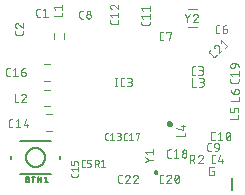
<source format=gbr>
G04 EAGLE Gerber RS-274X export*
G75*
%MOMM*%
%FSLAX34Y34*%
%LPD*%
%INSilkscreen Top*%
%IPPOS*%
%AMOC8*
5,1,8,0,0,1.08239X$1,22.5*%
G01*
%ADD10C,0.076200*%
%ADD11C,0.250000*%
%ADD12C,0.050800*%
%ADD13C,0.120000*%
%ADD14C,0.100000*%
%ADD15C,0.200000*%
%ADD16C,0.203200*%
%ADD17C,0.127000*%


D10*
X185872Y19967D02*
X187099Y19967D01*
X187099Y15875D01*
X184644Y15875D01*
X184566Y15877D01*
X184488Y15882D01*
X184411Y15892D01*
X184334Y15905D01*
X184258Y15921D01*
X184183Y15941D01*
X184109Y15965D01*
X184036Y15992D01*
X183964Y16023D01*
X183894Y16057D01*
X183826Y16094D01*
X183759Y16135D01*
X183694Y16179D01*
X183632Y16225D01*
X183572Y16275D01*
X183514Y16327D01*
X183459Y16382D01*
X183407Y16440D01*
X183357Y16500D01*
X183311Y16562D01*
X183267Y16627D01*
X183226Y16694D01*
X183189Y16762D01*
X183155Y16832D01*
X183124Y16904D01*
X183097Y16977D01*
X183073Y17051D01*
X183053Y17126D01*
X183037Y17202D01*
X183024Y17279D01*
X183014Y17356D01*
X183009Y17434D01*
X183007Y17512D01*
X183007Y21604D01*
X183009Y21684D01*
X183015Y21764D01*
X183025Y21844D01*
X183038Y21923D01*
X183056Y22002D01*
X183077Y22079D01*
X183103Y22155D01*
X183132Y22230D01*
X183164Y22304D01*
X183200Y22376D01*
X183240Y22446D01*
X183283Y22513D01*
X183329Y22579D01*
X183379Y22642D01*
X183431Y22703D01*
X183486Y22762D01*
X183545Y22817D01*
X183605Y22869D01*
X183669Y22919D01*
X183735Y22965D01*
X183802Y23008D01*
X183872Y23048D01*
X183944Y23084D01*
X184018Y23116D01*
X184092Y23145D01*
X184169Y23171D01*
X184246Y23192D01*
X184325Y23210D01*
X184404Y23223D01*
X184484Y23233D01*
X184564Y23239D01*
X184644Y23241D01*
X187099Y23241D01*
D11*
X148371Y59742D02*
X148373Y59812D01*
X148379Y59882D01*
X148389Y59951D01*
X148402Y60020D01*
X148420Y60088D01*
X148441Y60155D01*
X148466Y60220D01*
X148495Y60284D01*
X148527Y60347D01*
X148563Y60407D01*
X148602Y60465D01*
X148644Y60521D01*
X148689Y60575D01*
X148737Y60626D01*
X148788Y60674D01*
X148842Y60719D01*
X148898Y60761D01*
X148956Y60800D01*
X149016Y60836D01*
X149079Y60868D01*
X149143Y60897D01*
X149208Y60922D01*
X149275Y60943D01*
X149343Y60961D01*
X149412Y60974D01*
X149481Y60984D01*
X149551Y60990D01*
X149621Y60992D01*
X149691Y60990D01*
X149761Y60984D01*
X149830Y60974D01*
X149899Y60961D01*
X149967Y60943D01*
X150034Y60922D01*
X150099Y60897D01*
X150163Y60868D01*
X150226Y60836D01*
X150286Y60800D01*
X150344Y60761D01*
X150400Y60719D01*
X150454Y60674D01*
X150505Y60626D01*
X150553Y60575D01*
X150598Y60521D01*
X150640Y60465D01*
X150679Y60407D01*
X150715Y60347D01*
X150747Y60284D01*
X150776Y60220D01*
X150801Y60155D01*
X150822Y60088D01*
X150840Y60020D01*
X150853Y59951D01*
X150863Y59882D01*
X150869Y59812D01*
X150871Y59742D01*
X150869Y59672D01*
X150863Y59602D01*
X150853Y59533D01*
X150840Y59464D01*
X150822Y59396D01*
X150801Y59329D01*
X150776Y59264D01*
X150747Y59200D01*
X150715Y59137D01*
X150679Y59077D01*
X150640Y59019D01*
X150598Y58963D01*
X150553Y58909D01*
X150505Y58858D01*
X150454Y58810D01*
X150400Y58765D01*
X150344Y58723D01*
X150286Y58684D01*
X150226Y58648D01*
X150163Y58616D01*
X150099Y58587D01*
X150034Y58562D01*
X149967Y58541D01*
X149899Y58523D01*
X149830Y58510D01*
X149761Y58500D01*
X149691Y58494D01*
X149621Y58492D01*
X149551Y58494D01*
X149481Y58500D01*
X149412Y58510D01*
X149343Y58523D01*
X149275Y58541D01*
X149208Y58562D01*
X149143Y58587D01*
X149079Y58616D01*
X149016Y58648D01*
X148956Y58684D01*
X148898Y58723D01*
X148842Y58765D01*
X148788Y58810D01*
X148737Y58858D01*
X148689Y58909D01*
X148644Y58963D01*
X148602Y59019D01*
X148563Y59077D01*
X148527Y59137D01*
X148495Y59200D01*
X148466Y59264D01*
X148441Y59329D01*
X148420Y59396D01*
X148402Y59464D01*
X148389Y59533D01*
X148379Y59602D01*
X148373Y59672D01*
X148371Y59742D01*
D10*
X104699Y91313D02*
X104699Y98171D01*
X103937Y91313D02*
X105461Y91313D01*
X105461Y98171D02*
X103937Y98171D01*
X109782Y91313D02*
X111306Y91313D01*
X109782Y91313D02*
X109705Y91315D01*
X109628Y91321D01*
X109551Y91331D01*
X109475Y91344D01*
X109400Y91362D01*
X109326Y91383D01*
X109253Y91408D01*
X109181Y91437D01*
X109111Y91469D01*
X109042Y91504D01*
X108976Y91544D01*
X108911Y91586D01*
X108849Y91632D01*
X108789Y91681D01*
X108732Y91732D01*
X108677Y91787D01*
X108626Y91844D01*
X108577Y91904D01*
X108531Y91966D01*
X108489Y92031D01*
X108449Y92097D01*
X108414Y92166D01*
X108382Y92236D01*
X108353Y92308D01*
X108328Y92381D01*
X108307Y92455D01*
X108289Y92530D01*
X108276Y92606D01*
X108266Y92683D01*
X108260Y92760D01*
X108258Y92837D01*
X108258Y96647D01*
X108260Y96724D01*
X108266Y96801D01*
X108276Y96878D01*
X108289Y96954D01*
X108307Y97029D01*
X108328Y97103D01*
X108353Y97176D01*
X108382Y97248D01*
X108414Y97318D01*
X108449Y97387D01*
X108489Y97453D01*
X108531Y97518D01*
X108577Y97580D01*
X108626Y97640D01*
X108677Y97697D01*
X108732Y97752D01*
X108789Y97803D01*
X108849Y97852D01*
X108911Y97898D01*
X108976Y97940D01*
X109042Y97980D01*
X109111Y98015D01*
X109181Y98047D01*
X109253Y98076D01*
X109326Y98101D01*
X109400Y98122D01*
X109475Y98140D01*
X109551Y98153D01*
X109628Y98163D01*
X109705Y98169D01*
X109782Y98171D01*
X111306Y98171D01*
X113995Y91313D02*
X115900Y91313D01*
X115985Y91315D01*
X116071Y91321D01*
X116156Y91330D01*
X116240Y91344D01*
X116324Y91361D01*
X116407Y91382D01*
X116489Y91406D01*
X116569Y91434D01*
X116649Y91466D01*
X116727Y91502D01*
X116803Y91540D01*
X116877Y91583D01*
X116949Y91628D01*
X117020Y91677D01*
X117088Y91729D01*
X117153Y91783D01*
X117216Y91841D01*
X117277Y91902D01*
X117335Y91965D01*
X117389Y92030D01*
X117441Y92098D01*
X117490Y92169D01*
X117535Y92241D01*
X117578Y92315D01*
X117616Y92391D01*
X117652Y92469D01*
X117684Y92549D01*
X117712Y92629D01*
X117736Y92711D01*
X117757Y92794D01*
X117774Y92878D01*
X117788Y92962D01*
X117797Y93047D01*
X117803Y93133D01*
X117805Y93218D01*
X117803Y93303D01*
X117797Y93389D01*
X117788Y93474D01*
X117774Y93558D01*
X117757Y93642D01*
X117736Y93725D01*
X117712Y93807D01*
X117684Y93887D01*
X117652Y93967D01*
X117616Y94045D01*
X117578Y94121D01*
X117535Y94195D01*
X117490Y94267D01*
X117441Y94338D01*
X117389Y94406D01*
X117335Y94471D01*
X117277Y94534D01*
X117216Y94595D01*
X117153Y94653D01*
X117088Y94707D01*
X117020Y94759D01*
X116949Y94808D01*
X116877Y94853D01*
X116803Y94896D01*
X116727Y94934D01*
X116649Y94970D01*
X116569Y95002D01*
X116489Y95030D01*
X116407Y95054D01*
X116324Y95075D01*
X116240Y95092D01*
X116156Y95106D01*
X116071Y95115D01*
X115985Y95121D01*
X115900Y95123D01*
X116281Y98171D02*
X113995Y98171D01*
X116281Y98171D02*
X116358Y98169D01*
X116435Y98163D01*
X116512Y98153D01*
X116588Y98140D01*
X116663Y98122D01*
X116737Y98101D01*
X116810Y98076D01*
X116882Y98047D01*
X116952Y98015D01*
X117021Y97980D01*
X117087Y97940D01*
X117152Y97898D01*
X117214Y97852D01*
X117274Y97803D01*
X117331Y97752D01*
X117386Y97697D01*
X117437Y97640D01*
X117486Y97580D01*
X117532Y97518D01*
X117574Y97453D01*
X117614Y97387D01*
X117649Y97318D01*
X117681Y97248D01*
X117710Y97176D01*
X117735Y97103D01*
X117756Y97029D01*
X117774Y96954D01*
X117787Y96878D01*
X117797Y96801D01*
X117803Y96724D01*
X117805Y96647D01*
X117803Y96570D01*
X117797Y96493D01*
X117787Y96416D01*
X117774Y96340D01*
X117756Y96265D01*
X117735Y96191D01*
X117710Y96118D01*
X117681Y96046D01*
X117649Y95976D01*
X117614Y95907D01*
X117574Y95841D01*
X117532Y95776D01*
X117486Y95714D01*
X117437Y95654D01*
X117386Y95597D01*
X117331Y95542D01*
X117274Y95491D01*
X117214Y95442D01*
X117152Y95396D01*
X117087Y95354D01*
X117021Y95314D01*
X116952Y95279D01*
X116882Y95247D01*
X116810Y95218D01*
X116737Y95193D01*
X116663Y95172D01*
X116588Y95154D01*
X116512Y95141D01*
X116435Y95131D01*
X116358Y95125D01*
X116281Y95123D01*
X114757Y95123D01*
X40132Y150241D02*
X38608Y150241D01*
X38531Y150243D01*
X38454Y150249D01*
X38377Y150259D01*
X38301Y150272D01*
X38226Y150290D01*
X38152Y150311D01*
X38079Y150336D01*
X38007Y150365D01*
X37937Y150397D01*
X37868Y150432D01*
X37802Y150472D01*
X37737Y150514D01*
X37675Y150560D01*
X37615Y150609D01*
X37558Y150660D01*
X37503Y150715D01*
X37452Y150772D01*
X37403Y150832D01*
X37357Y150894D01*
X37315Y150959D01*
X37275Y151025D01*
X37240Y151094D01*
X37208Y151164D01*
X37179Y151236D01*
X37154Y151309D01*
X37133Y151383D01*
X37115Y151458D01*
X37102Y151534D01*
X37092Y151611D01*
X37086Y151688D01*
X37084Y151765D01*
X37084Y155575D01*
X37086Y155652D01*
X37092Y155729D01*
X37102Y155806D01*
X37115Y155882D01*
X37133Y155957D01*
X37154Y156031D01*
X37179Y156104D01*
X37208Y156176D01*
X37240Y156246D01*
X37275Y156315D01*
X37315Y156381D01*
X37357Y156446D01*
X37403Y156508D01*
X37452Y156568D01*
X37503Y156625D01*
X37558Y156680D01*
X37615Y156731D01*
X37675Y156780D01*
X37737Y156826D01*
X37802Y156868D01*
X37868Y156908D01*
X37937Y156943D01*
X38007Y156975D01*
X38079Y157004D01*
X38152Y157029D01*
X38226Y157050D01*
X38301Y157068D01*
X38377Y157081D01*
X38454Y157091D01*
X38531Y157097D01*
X38608Y157099D01*
X40132Y157099D01*
X42821Y155575D02*
X44726Y157099D01*
X44726Y150241D01*
X42821Y150241D02*
X46631Y150241D01*
X25654Y138154D02*
X25654Y136630D01*
X25652Y136553D01*
X25646Y136476D01*
X25636Y136399D01*
X25623Y136323D01*
X25605Y136248D01*
X25584Y136174D01*
X25559Y136101D01*
X25530Y136029D01*
X25498Y135959D01*
X25463Y135890D01*
X25423Y135824D01*
X25381Y135759D01*
X25335Y135697D01*
X25286Y135637D01*
X25235Y135580D01*
X25180Y135525D01*
X25123Y135474D01*
X25063Y135425D01*
X25001Y135379D01*
X24936Y135337D01*
X24870Y135297D01*
X24801Y135262D01*
X24731Y135230D01*
X24659Y135201D01*
X24586Y135176D01*
X24512Y135155D01*
X24437Y135137D01*
X24361Y135124D01*
X24284Y135114D01*
X24207Y135108D01*
X24130Y135106D01*
X20320Y135106D01*
X20243Y135108D01*
X20166Y135114D01*
X20089Y135124D01*
X20013Y135137D01*
X19938Y135155D01*
X19864Y135176D01*
X19791Y135201D01*
X19719Y135230D01*
X19649Y135262D01*
X19580Y135297D01*
X19514Y135337D01*
X19449Y135379D01*
X19387Y135425D01*
X19327Y135474D01*
X19270Y135525D01*
X19215Y135580D01*
X19164Y135637D01*
X19115Y135697D01*
X19069Y135759D01*
X19027Y135824D01*
X18987Y135890D01*
X18952Y135959D01*
X18920Y136029D01*
X18891Y136101D01*
X18866Y136174D01*
X18845Y136248D01*
X18827Y136323D01*
X18814Y136399D01*
X18804Y136476D01*
X18798Y136553D01*
X18796Y136630D01*
X18796Y138154D01*
X18796Y142939D02*
X18798Y143021D01*
X18804Y143102D01*
X18813Y143183D01*
X18827Y143264D01*
X18844Y143343D01*
X18865Y143422D01*
X18890Y143500D01*
X18919Y143576D01*
X18951Y143651D01*
X18987Y143725D01*
X19026Y143797D01*
X19068Y143866D01*
X19114Y143934D01*
X19163Y143999D01*
X19215Y144062D01*
X19270Y144122D01*
X19328Y144180D01*
X19388Y144235D01*
X19451Y144287D01*
X19516Y144336D01*
X19584Y144382D01*
X19654Y144424D01*
X19725Y144463D01*
X19799Y144499D01*
X19874Y144531D01*
X19950Y144560D01*
X20028Y144585D01*
X20107Y144606D01*
X20186Y144623D01*
X20267Y144637D01*
X20348Y144646D01*
X20429Y144652D01*
X20511Y144654D01*
X18796Y142939D02*
X18798Y142847D01*
X18804Y142755D01*
X18813Y142663D01*
X18827Y142571D01*
X18844Y142481D01*
X18865Y142391D01*
X18890Y142302D01*
X18919Y142214D01*
X18951Y142127D01*
X18987Y142042D01*
X19026Y141959D01*
X19069Y141877D01*
X19115Y141797D01*
X19165Y141719D01*
X19217Y141643D01*
X19273Y141570D01*
X19332Y141499D01*
X19394Y141430D01*
X19459Y141364D01*
X19526Y141301D01*
X19596Y141241D01*
X19668Y141183D01*
X19743Y141129D01*
X19820Y141078D01*
X19899Y141030D01*
X19980Y140986D01*
X20063Y140945D01*
X20147Y140907D01*
X20233Y140873D01*
X20320Y140843D01*
X21845Y144082D02*
X21786Y144141D01*
X21725Y144197D01*
X21662Y144250D01*
X21596Y144301D01*
X21528Y144348D01*
X21458Y144392D01*
X21386Y144433D01*
X21312Y144471D01*
X21237Y144505D01*
X21160Y144536D01*
X21082Y144563D01*
X21002Y144587D01*
X20922Y144608D01*
X20841Y144624D01*
X20759Y144637D01*
X20677Y144647D01*
X20594Y144652D01*
X20511Y144654D01*
X21844Y144082D02*
X25654Y140843D01*
X25654Y144653D01*
D12*
X86695Y28956D02*
X86695Y23368D01*
X86695Y28956D02*
X88248Y28956D01*
X88325Y28954D01*
X88403Y28948D01*
X88479Y28939D01*
X88556Y28925D01*
X88631Y28908D01*
X88705Y28887D01*
X88779Y28862D01*
X88851Y28834D01*
X88921Y28802D01*
X88990Y28767D01*
X89057Y28728D01*
X89122Y28686D01*
X89185Y28641D01*
X89246Y28593D01*
X89304Y28542D01*
X89359Y28488D01*
X89412Y28431D01*
X89461Y28372D01*
X89508Y28310D01*
X89552Y28246D01*
X89592Y28180D01*
X89629Y28112D01*
X89663Y28042D01*
X89693Y27971D01*
X89719Y27898D01*
X89742Y27824D01*
X89761Y27749D01*
X89776Y27674D01*
X89788Y27597D01*
X89796Y27520D01*
X89800Y27443D01*
X89800Y27365D01*
X89796Y27288D01*
X89788Y27211D01*
X89776Y27134D01*
X89761Y27059D01*
X89742Y26984D01*
X89719Y26910D01*
X89693Y26837D01*
X89663Y26766D01*
X89629Y26696D01*
X89592Y26628D01*
X89552Y26562D01*
X89508Y26498D01*
X89461Y26436D01*
X89412Y26377D01*
X89359Y26320D01*
X89304Y26266D01*
X89246Y26215D01*
X89185Y26167D01*
X89122Y26122D01*
X89057Y26080D01*
X88990Y26041D01*
X88921Y26006D01*
X88851Y25974D01*
X88779Y25946D01*
X88705Y25921D01*
X88631Y25900D01*
X88556Y25883D01*
X88479Y25869D01*
X88403Y25860D01*
X88325Y25854D01*
X88248Y25852D01*
X86695Y25852D01*
X88558Y25852D02*
X89800Y23368D01*
X92146Y27714D02*
X93698Y28956D01*
X93698Y23368D01*
X92146Y23368D02*
X95250Y23368D01*
X77849Y23114D02*
X76607Y23114D01*
X76537Y23116D01*
X76468Y23122D01*
X76399Y23132D01*
X76331Y23145D01*
X76263Y23163D01*
X76197Y23184D01*
X76132Y23209D01*
X76068Y23237D01*
X76006Y23269D01*
X75946Y23304D01*
X75888Y23343D01*
X75833Y23385D01*
X75779Y23430D01*
X75729Y23478D01*
X75681Y23528D01*
X75636Y23582D01*
X75594Y23637D01*
X75555Y23695D01*
X75520Y23755D01*
X75488Y23817D01*
X75460Y23881D01*
X75435Y23946D01*
X75414Y24012D01*
X75396Y24080D01*
X75383Y24148D01*
X75373Y24217D01*
X75367Y24286D01*
X75365Y24356D01*
X75365Y27460D01*
X75367Y27530D01*
X75373Y27599D01*
X75383Y27668D01*
X75396Y27736D01*
X75414Y27804D01*
X75435Y27870D01*
X75460Y27935D01*
X75488Y27999D01*
X75520Y28061D01*
X75555Y28121D01*
X75594Y28179D01*
X75636Y28234D01*
X75681Y28288D01*
X75729Y28338D01*
X75779Y28386D01*
X75833Y28431D01*
X75888Y28473D01*
X75946Y28512D01*
X76006Y28547D01*
X76068Y28579D01*
X76132Y28607D01*
X76197Y28632D01*
X76263Y28653D01*
X76331Y28671D01*
X76399Y28684D01*
X76468Y28694D01*
X76537Y28700D01*
X76607Y28702D01*
X77849Y28702D01*
X79954Y23114D02*
X81816Y23114D01*
X81886Y23116D01*
X81955Y23122D01*
X82024Y23132D01*
X82092Y23145D01*
X82160Y23163D01*
X82226Y23184D01*
X82291Y23209D01*
X82355Y23237D01*
X82417Y23269D01*
X82477Y23304D01*
X82535Y23343D01*
X82590Y23385D01*
X82644Y23430D01*
X82694Y23478D01*
X82742Y23528D01*
X82787Y23582D01*
X82829Y23637D01*
X82868Y23695D01*
X82903Y23755D01*
X82935Y23817D01*
X82963Y23881D01*
X82988Y23946D01*
X83009Y24012D01*
X83027Y24080D01*
X83040Y24148D01*
X83050Y24217D01*
X83056Y24286D01*
X83058Y24356D01*
X83058Y24977D01*
X83056Y25047D01*
X83050Y25116D01*
X83040Y25185D01*
X83027Y25253D01*
X83009Y25321D01*
X82988Y25387D01*
X82963Y25452D01*
X82935Y25516D01*
X82903Y25578D01*
X82868Y25638D01*
X82829Y25696D01*
X82787Y25751D01*
X82742Y25805D01*
X82694Y25855D01*
X82644Y25903D01*
X82590Y25948D01*
X82535Y25990D01*
X82477Y26029D01*
X82417Y26064D01*
X82355Y26096D01*
X82291Y26124D01*
X82226Y26149D01*
X82160Y26170D01*
X82092Y26188D01*
X82024Y26201D01*
X81955Y26211D01*
X81886Y26217D01*
X81816Y26219D01*
X81816Y26218D02*
X79954Y26218D01*
X79954Y28702D01*
X83058Y28702D01*
D10*
X76581Y148590D02*
X75057Y148590D01*
X74980Y148592D01*
X74903Y148598D01*
X74826Y148608D01*
X74750Y148621D01*
X74675Y148639D01*
X74601Y148660D01*
X74528Y148685D01*
X74456Y148714D01*
X74386Y148746D01*
X74317Y148781D01*
X74251Y148821D01*
X74186Y148863D01*
X74124Y148909D01*
X74064Y148958D01*
X74007Y149009D01*
X73952Y149064D01*
X73901Y149121D01*
X73852Y149181D01*
X73806Y149243D01*
X73764Y149308D01*
X73724Y149374D01*
X73689Y149443D01*
X73657Y149513D01*
X73628Y149585D01*
X73603Y149658D01*
X73582Y149732D01*
X73564Y149807D01*
X73551Y149883D01*
X73541Y149960D01*
X73535Y150037D01*
X73533Y150114D01*
X73533Y153924D01*
X73535Y154001D01*
X73541Y154078D01*
X73551Y154155D01*
X73564Y154231D01*
X73582Y154306D01*
X73603Y154380D01*
X73628Y154453D01*
X73657Y154525D01*
X73689Y154595D01*
X73724Y154664D01*
X73764Y154730D01*
X73806Y154795D01*
X73852Y154857D01*
X73901Y154917D01*
X73952Y154974D01*
X74007Y155029D01*
X74064Y155080D01*
X74124Y155129D01*
X74186Y155175D01*
X74251Y155217D01*
X74317Y155257D01*
X74386Y155292D01*
X74456Y155324D01*
X74528Y155353D01*
X74601Y155378D01*
X74675Y155399D01*
X74750Y155417D01*
X74826Y155430D01*
X74903Y155440D01*
X74980Y155446D01*
X75057Y155448D01*
X76581Y155448D01*
X79270Y150495D02*
X79272Y150580D01*
X79278Y150666D01*
X79287Y150751D01*
X79301Y150835D01*
X79318Y150919D01*
X79339Y151002D01*
X79363Y151084D01*
X79391Y151164D01*
X79423Y151244D01*
X79459Y151322D01*
X79497Y151398D01*
X79540Y151472D01*
X79585Y151544D01*
X79634Y151615D01*
X79686Y151683D01*
X79740Y151748D01*
X79798Y151811D01*
X79859Y151872D01*
X79922Y151930D01*
X79987Y151984D01*
X80055Y152036D01*
X80126Y152085D01*
X80198Y152130D01*
X80272Y152173D01*
X80348Y152211D01*
X80426Y152247D01*
X80506Y152279D01*
X80586Y152307D01*
X80668Y152331D01*
X80751Y152352D01*
X80835Y152369D01*
X80919Y152383D01*
X81004Y152392D01*
X81090Y152398D01*
X81175Y152400D01*
X81260Y152398D01*
X81346Y152392D01*
X81431Y152383D01*
X81515Y152369D01*
X81599Y152352D01*
X81682Y152331D01*
X81764Y152307D01*
X81844Y152279D01*
X81924Y152247D01*
X82002Y152211D01*
X82078Y152173D01*
X82152Y152130D01*
X82224Y152085D01*
X82295Y152036D01*
X82363Y151984D01*
X82428Y151930D01*
X82491Y151872D01*
X82552Y151811D01*
X82610Y151748D01*
X82664Y151683D01*
X82716Y151615D01*
X82765Y151544D01*
X82810Y151472D01*
X82853Y151398D01*
X82891Y151322D01*
X82927Y151244D01*
X82959Y151164D01*
X82987Y151084D01*
X83011Y151002D01*
X83032Y150919D01*
X83049Y150835D01*
X83063Y150751D01*
X83072Y150666D01*
X83078Y150580D01*
X83080Y150495D01*
X83078Y150410D01*
X83072Y150324D01*
X83063Y150239D01*
X83049Y150155D01*
X83032Y150071D01*
X83011Y149988D01*
X82987Y149906D01*
X82959Y149826D01*
X82927Y149746D01*
X82891Y149668D01*
X82853Y149592D01*
X82810Y149518D01*
X82765Y149446D01*
X82716Y149375D01*
X82664Y149307D01*
X82610Y149242D01*
X82552Y149179D01*
X82491Y149118D01*
X82428Y149060D01*
X82363Y149006D01*
X82295Y148954D01*
X82224Y148905D01*
X82152Y148860D01*
X82078Y148817D01*
X82002Y148779D01*
X81924Y148743D01*
X81844Y148711D01*
X81764Y148683D01*
X81682Y148659D01*
X81599Y148638D01*
X81515Y148621D01*
X81431Y148607D01*
X81346Y148598D01*
X81260Y148592D01*
X81175Y148590D01*
X81090Y148592D01*
X81004Y148598D01*
X80919Y148607D01*
X80835Y148621D01*
X80751Y148638D01*
X80668Y148659D01*
X80586Y148683D01*
X80506Y148711D01*
X80426Y148743D01*
X80348Y148779D01*
X80272Y148817D01*
X80198Y148860D01*
X80126Y148905D01*
X80055Y148954D01*
X79987Y149006D01*
X79922Y149060D01*
X79859Y149118D01*
X79798Y149179D01*
X79740Y149242D01*
X79686Y149307D01*
X79634Y149375D01*
X79585Y149446D01*
X79540Y149518D01*
X79497Y149592D01*
X79459Y149668D01*
X79423Y149746D01*
X79391Y149826D01*
X79363Y149906D01*
X79339Y149988D01*
X79318Y150071D01*
X79301Y150155D01*
X79287Y150239D01*
X79278Y150324D01*
X79272Y150410D01*
X79270Y150495D01*
X79651Y153924D02*
X79653Y154001D01*
X79659Y154078D01*
X79669Y154155D01*
X79682Y154231D01*
X79700Y154306D01*
X79721Y154380D01*
X79746Y154453D01*
X79775Y154525D01*
X79807Y154595D01*
X79842Y154664D01*
X79882Y154730D01*
X79924Y154795D01*
X79970Y154857D01*
X80019Y154917D01*
X80070Y154974D01*
X80125Y155029D01*
X80182Y155080D01*
X80242Y155129D01*
X80304Y155175D01*
X80369Y155217D01*
X80435Y155257D01*
X80504Y155292D01*
X80574Y155324D01*
X80646Y155353D01*
X80719Y155378D01*
X80793Y155399D01*
X80868Y155417D01*
X80944Y155430D01*
X81021Y155440D01*
X81098Y155446D01*
X81175Y155448D01*
X81252Y155446D01*
X81329Y155440D01*
X81406Y155430D01*
X81482Y155417D01*
X81557Y155399D01*
X81631Y155378D01*
X81704Y155353D01*
X81776Y155324D01*
X81846Y155292D01*
X81915Y155257D01*
X81981Y155217D01*
X82046Y155175D01*
X82108Y155129D01*
X82168Y155080D01*
X82225Y155029D01*
X82280Y154974D01*
X82331Y154917D01*
X82380Y154857D01*
X82426Y154795D01*
X82468Y154730D01*
X82508Y154664D01*
X82543Y154595D01*
X82575Y154525D01*
X82604Y154453D01*
X82629Y154380D01*
X82650Y154306D01*
X82668Y154231D01*
X82681Y154155D01*
X82691Y154078D01*
X82697Y154001D01*
X82699Y153924D01*
X82697Y153847D01*
X82691Y153770D01*
X82681Y153693D01*
X82668Y153617D01*
X82650Y153542D01*
X82629Y153468D01*
X82604Y153395D01*
X82575Y153323D01*
X82543Y153253D01*
X82508Y153184D01*
X82468Y153118D01*
X82426Y153053D01*
X82380Y152991D01*
X82331Y152931D01*
X82280Y152874D01*
X82225Y152819D01*
X82168Y152768D01*
X82108Y152719D01*
X82046Y152673D01*
X81981Y152631D01*
X81915Y152591D01*
X81846Y152556D01*
X81776Y152524D01*
X81704Y152495D01*
X81631Y152470D01*
X81557Y152449D01*
X81482Y152431D01*
X81406Y152418D01*
X81329Y152408D01*
X81252Y152402D01*
X81175Y152400D01*
X81098Y152402D01*
X81021Y152408D01*
X80944Y152418D01*
X80868Y152431D01*
X80793Y152449D01*
X80719Y152470D01*
X80646Y152495D01*
X80574Y152524D01*
X80504Y152556D01*
X80435Y152591D01*
X80369Y152631D01*
X80304Y152673D01*
X80242Y152719D01*
X80182Y152768D01*
X80125Y152819D01*
X80070Y152874D01*
X80019Y152931D01*
X79970Y152991D01*
X79924Y153053D01*
X79882Y153118D01*
X79842Y153184D01*
X79807Y153253D01*
X79775Y153323D01*
X79746Y153395D01*
X79721Y153468D01*
X79700Y153542D01*
X79682Y153617D01*
X79669Y153693D01*
X79659Y153770D01*
X79653Y153847D01*
X79651Y153924D01*
X190478Y136271D02*
X192002Y136271D01*
X190478Y136271D02*
X190401Y136273D01*
X190324Y136279D01*
X190247Y136289D01*
X190171Y136302D01*
X190096Y136320D01*
X190022Y136341D01*
X189949Y136366D01*
X189877Y136395D01*
X189807Y136427D01*
X189738Y136462D01*
X189672Y136502D01*
X189607Y136544D01*
X189545Y136590D01*
X189485Y136639D01*
X189428Y136690D01*
X189373Y136745D01*
X189322Y136802D01*
X189273Y136862D01*
X189227Y136924D01*
X189185Y136989D01*
X189145Y137055D01*
X189110Y137124D01*
X189078Y137194D01*
X189049Y137266D01*
X189024Y137339D01*
X189003Y137413D01*
X188985Y137488D01*
X188972Y137564D01*
X188962Y137641D01*
X188956Y137718D01*
X188954Y137795D01*
X188954Y141605D01*
X188956Y141682D01*
X188962Y141759D01*
X188972Y141836D01*
X188985Y141912D01*
X189003Y141987D01*
X189024Y142061D01*
X189049Y142134D01*
X189078Y142206D01*
X189110Y142276D01*
X189145Y142345D01*
X189185Y142411D01*
X189227Y142476D01*
X189273Y142538D01*
X189322Y142598D01*
X189373Y142655D01*
X189428Y142710D01*
X189485Y142761D01*
X189545Y142810D01*
X189607Y142856D01*
X189672Y142898D01*
X189738Y142938D01*
X189807Y142973D01*
X189877Y143005D01*
X189949Y143034D01*
X190022Y143059D01*
X190096Y143080D01*
X190171Y143098D01*
X190247Y143111D01*
X190324Y143121D01*
X190401Y143127D01*
X190478Y143129D01*
X192002Y143129D01*
X194691Y140081D02*
X196977Y140081D01*
X197054Y140079D01*
X197131Y140073D01*
X197208Y140063D01*
X197284Y140050D01*
X197359Y140032D01*
X197433Y140011D01*
X197506Y139986D01*
X197578Y139957D01*
X197648Y139925D01*
X197717Y139890D01*
X197783Y139850D01*
X197848Y139808D01*
X197910Y139762D01*
X197970Y139713D01*
X198027Y139662D01*
X198082Y139607D01*
X198133Y139550D01*
X198182Y139490D01*
X198228Y139428D01*
X198270Y139363D01*
X198310Y139297D01*
X198345Y139228D01*
X198377Y139158D01*
X198406Y139086D01*
X198431Y139013D01*
X198452Y138939D01*
X198470Y138864D01*
X198483Y138788D01*
X198493Y138711D01*
X198499Y138634D01*
X198501Y138557D01*
X198501Y138176D01*
X198499Y138091D01*
X198493Y138005D01*
X198484Y137920D01*
X198470Y137836D01*
X198453Y137752D01*
X198432Y137669D01*
X198408Y137587D01*
X198380Y137507D01*
X198348Y137427D01*
X198312Y137349D01*
X198274Y137273D01*
X198231Y137199D01*
X198186Y137127D01*
X198137Y137056D01*
X198085Y136988D01*
X198031Y136923D01*
X197973Y136860D01*
X197912Y136799D01*
X197849Y136741D01*
X197784Y136687D01*
X197716Y136635D01*
X197645Y136586D01*
X197573Y136541D01*
X197499Y136498D01*
X197423Y136460D01*
X197345Y136424D01*
X197265Y136392D01*
X197185Y136364D01*
X197103Y136340D01*
X197020Y136319D01*
X196936Y136302D01*
X196852Y136288D01*
X196767Y136279D01*
X196681Y136273D01*
X196596Y136271D01*
X196511Y136273D01*
X196425Y136279D01*
X196340Y136288D01*
X196256Y136302D01*
X196172Y136319D01*
X196089Y136340D01*
X196007Y136364D01*
X195927Y136392D01*
X195847Y136424D01*
X195769Y136460D01*
X195693Y136498D01*
X195619Y136541D01*
X195547Y136586D01*
X195476Y136635D01*
X195408Y136687D01*
X195343Y136741D01*
X195280Y136799D01*
X195219Y136860D01*
X195161Y136923D01*
X195107Y136988D01*
X195055Y137056D01*
X195006Y137127D01*
X194961Y137199D01*
X194918Y137273D01*
X194880Y137349D01*
X194844Y137427D01*
X194812Y137507D01*
X194784Y137587D01*
X194760Y137669D01*
X194739Y137752D01*
X194722Y137836D01*
X194708Y137920D01*
X194699Y138005D01*
X194693Y138091D01*
X194691Y138176D01*
X194691Y140081D01*
X194693Y140190D01*
X194699Y140298D01*
X194708Y140407D01*
X194722Y140515D01*
X194739Y140622D01*
X194761Y140729D01*
X194786Y140835D01*
X194814Y140940D01*
X194847Y141044D01*
X194883Y141146D01*
X194923Y141247D01*
X194966Y141347D01*
X195013Y141445D01*
X195064Y141542D01*
X195118Y141636D01*
X195175Y141729D01*
X195235Y141819D01*
X195299Y141908D01*
X195366Y141994D01*
X195435Y142077D01*
X195508Y142158D01*
X195584Y142236D01*
X195662Y142312D01*
X195743Y142385D01*
X195826Y142454D01*
X195912Y142521D01*
X196001Y142585D01*
X196091Y142645D01*
X196184Y142702D01*
X196278Y142756D01*
X196375Y142807D01*
X196473Y142854D01*
X196573Y142897D01*
X196674Y142937D01*
X196776Y142973D01*
X196880Y143006D01*
X196985Y143034D01*
X197091Y143059D01*
X197198Y143081D01*
X197305Y143098D01*
X197413Y143112D01*
X197522Y143121D01*
X197630Y143127D01*
X197739Y143129D01*
X144399Y130302D02*
X142875Y130302D01*
X142798Y130304D01*
X142721Y130310D01*
X142644Y130320D01*
X142568Y130333D01*
X142493Y130351D01*
X142419Y130372D01*
X142346Y130397D01*
X142274Y130426D01*
X142204Y130458D01*
X142135Y130493D01*
X142069Y130533D01*
X142004Y130575D01*
X141942Y130621D01*
X141882Y130670D01*
X141825Y130721D01*
X141770Y130776D01*
X141719Y130833D01*
X141670Y130893D01*
X141624Y130955D01*
X141582Y131020D01*
X141542Y131086D01*
X141507Y131155D01*
X141475Y131225D01*
X141446Y131297D01*
X141421Y131370D01*
X141400Y131444D01*
X141382Y131519D01*
X141369Y131595D01*
X141359Y131672D01*
X141353Y131749D01*
X141351Y131826D01*
X141351Y135636D01*
X141353Y135713D01*
X141359Y135790D01*
X141369Y135867D01*
X141382Y135943D01*
X141400Y136018D01*
X141421Y136092D01*
X141446Y136165D01*
X141475Y136237D01*
X141507Y136307D01*
X141542Y136376D01*
X141582Y136442D01*
X141624Y136507D01*
X141670Y136569D01*
X141719Y136629D01*
X141770Y136686D01*
X141825Y136741D01*
X141882Y136792D01*
X141942Y136841D01*
X142004Y136887D01*
X142069Y136929D01*
X142135Y136969D01*
X142204Y137004D01*
X142274Y137036D01*
X142346Y137065D01*
X142419Y137090D01*
X142493Y137111D01*
X142568Y137129D01*
X142644Y137142D01*
X142721Y137152D01*
X142798Y137158D01*
X142875Y137160D01*
X144399Y137160D01*
X147088Y137160D02*
X147088Y136398D01*
X147088Y137160D02*
X150898Y137160D01*
X148993Y130302D01*
X132842Y144399D02*
X132842Y145923D01*
X132842Y144399D02*
X132840Y144322D01*
X132834Y144245D01*
X132824Y144168D01*
X132811Y144092D01*
X132793Y144017D01*
X132772Y143943D01*
X132747Y143870D01*
X132718Y143798D01*
X132686Y143728D01*
X132651Y143659D01*
X132611Y143593D01*
X132569Y143528D01*
X132523Y143466D01*
X132474Y143406D01*
X132423Y143349D01*
X132368Y143294D01*
X132311Y143243D01*
X132251Y143194D01*
X132189Y143148D01*
X132124Y143106D01*
X132058Y143066D01*
X131989Y143031D01*
X131919Y142999D01*
X131847Y142970D01*
X131774Y142945D01*
X131700Y142924D01*
X131625Y142906D01*
X131549Y142893D01*
X131472Y142883D01*
X131395Y142877D01*
X131318Y142875D01*
X127508Y142875D01*
X127431Y142877D01*
X127354Y142883D01*
X127277Y142893D01*
X127201Y142906D01*
X127126Y142924D01*
X127052Y142945D01*
X126979Y142970D01*
X126907Y142999D01*
X126837Y143031D01*
X126768Y143066D01*
X126702Y143106D01*
X126637Y143148D01*
X126575Y143194D01*
X126515Y143243D01*
X126458Y143294D01*
X126403Y143349D01*
X126352Y143406D01*
X126303Y143466D01*
X126257Y143528D01*
X126215Y143593D01*
X126175Y143659D01*
X126140Y143728D01*
X126108Y143798D01*
X126079Y143870D01*
X126054Y143943D01*
X126033Y144017D01*
X126015Y144092D01*
X126002Y144168D01*
X125992Y144245D01*
X125986Y144322D01*
X125984Y144399D01*
X125984Y145923D01*
X127508Y148612D02*
X125984Y150517D01*
X132842Y150517D01*
X132842Y148612D02*
X132842Y152422D01*
X127508Y155470D02*
X125984Y157375D01*
X132842Y157375D01*
X132842Y155470D02*
X132842Y159280D01*
X106299Y147066D02*
X106299Y145542D01*
X106297Y145465D01*
X106291Y145388D01*
X106281Y145311D01*
X106268Y145235D01*
X106250Y145160D01*
X106229Y145086D01*
X106204Y145013D01*
X106175Y144941D01*
X106143Y144871D01*
X106108Y144802D01*
X106068Y144736D01*
X106026Y144671D01*
X105980Y144609D01*
X105931Y144549D01*
X105880Y144492D01*
X105825Y144437D01*
X105768Y144386D01*
X105708Y144337D01*
X105646Y144291D01*
X105581Y144249D01*
X105515Y144209D01*
X105446Y144174D01*
X105376Y144142D01*
X105304Y144113D01*
X105231Y144088D01*
X105157Y144067D01*
X105082Y144049D01*
X105006Y144036D01*
X104929Y144026D01*
X104852Y144020D01*
X104775Y144018D01*
X100965Y144018D01*
X100888Y144020D01*
X100811Y144026D01*
X100734Y144036D01*
X100658Y144049D01*
X100583Y144067D01*
X100509Y144088D01*
X100436Y144113D01*
X100364Y144142D01*
X100294Y144174D01*
X100225Y144209D01*
X100159Y144249D01*
X100094Y144291D01*
X100032Y144337D01*
X99972Y144386D01*
X99915Y144437D01*
X99860Y144492D01*
X99809Y144549D01*
X99760Y144609D01*
X99714Y144671D01*
X99672Y144736D01*
X99632Y144802D01*
X99597Y144871D01*
X99565Y144941D01*
X99536Y145013D01*
X99511Y145086D01*
X99490Y145160D01*
X99472Y145235D01*
X99459Y145311D01*
X99449Y145388D01*
X99443Y145465D01*
X99441Y145542D01*
X99441Y147066D01*
X100965Y149755D02*
X99441Y151660D01*
X106299Y151660D01*
X106299Y149755D02*
X106299Y153565D01*
X99441Y158709D02*
X99443Y158791D01*
X99449Y158872D01*
X99458Y158953D01*
X99472Y159034D01*
X99489Y159113D01*
X99510Y159192D01*
X99535Y159270D01*
X99564Y159346D01*
X99596Y159421D01*
X99632Y159495D01*
X99671Y159567D01*
X99713Y159636D01*
X99759Y159704D01*
X99808Y159769D01*
X99860Y159832D01*
X99915Y159892D01*
X99973Y159950D01*
X100033Y160005D01*
X100096Y160057D01*
X100161Y160106D01*
X100229Y160152D01*
X100299Y160194D01*
X100370Y160233D01*
X100444Y160269D01*
X100519Y160301D01*
X100595Y160330D01*
X100673Y160355D01*
X100752Y160376D01*
X100831Y160393D01*
X100912Y160407D01*
X100993Y160416D01*
X101074Y160422D01*
X101156Y160424D01*
X99441Y158709D02*
X99443Y158617D01*
X99449Y158525D01*
X99458Y158433D01*
X99472Y158341D01*
X99489Y158251D01*
X99510Y158161D01*
X99535Y158072D01*
X99564Y157984D01*
X99596Y157897D01*
X99632Y157812D01*
X99671Y157729D01*
X99714Y157647D01*
X99760Y157567D01*
X99810Y157489D01*
X99862Y157413D01*
X99918Y157340D01*
X99977Y157269D01*
X100039Y157200D01*
X100104Y157134D01*
X100171Y157071D01*
X100241Y157011D01*
X100313Y156953D01*
X100388Y156899D01*
X100465Y156848D01*
X100544Y156800D01*
X100625Y156756D01*
X100708Y156715D01*
X100792Y156677D01*
X100878Y156643D01*
X100965Y156613D01*
X102490Y159852D02*
X102431Y159911D01*
X102370Y159967D01*
X102307Y160020D01*
X102241Y160071D01*
X102173Y160118D01*
X102103Y160162D01*
X102031Y160203D01*
X101957Y160241D01*
X101882Y160275D01*
X101805Y160306D01*
X101727Y160333D01*
X101647Y160357D01*
X101567Y160378D01*
X101486Y160394D01*
X101404Y160407D01*
X101322Y160417D01*
X101239Y160422D01*
X101156Y160424D01*
X102489Y159852D02*
X106299Y156613D01*
X106299Y160423D01*
D12*
X97636Y45974D02*
X96394Y45974D01*
X96324Y45976D01*
X96255Y45982D01*
X96186Y45992D01*
X96118Y46005D01*
X96050Y46023D01*
X95984Y46044D01*
X95919Y46069D01*
X95855Y46097D01*
X95793Y46129D01*
X95733Y46164D01*
X95675Y46203D01*
X95620Y46245D01*
X95566Y46290D01*
X95516Y46338D01*
X95468Y46388D01*
X95423Y46442D01*
X95381Y46497D01*
X95342Y46555D01*
X95307Y46615D01*
X95275Y46677D01*
X95247Y46741D01*
X95222Y46806D01*
X95201Y46872D01*
X95183Y46940D01*
X95170Y47008D01*
X95160Y47077D01*
X95154Y47146D01*
X95152Y47216D01*
X95152Y50320D01*
X95154Y50390D01*
X95160Y50459D01*
X95170Y50528D01*
X95183Y50596D01*
X95201Y50664D01*
X95222Y50730D01*
X95247Y50795D01*
X95275Y50859D01*
X95307Y50921D01*
X95342Y50981D01*
X95381Y51039D01*
X95423Y51094D01*
X95468Y51148D01*
X95516Y51198D01*
X95566Y51246D01*
X95620Y51291D01*
X95675Y51333D01*
X95733Y51372D01*
X95793Y51407D01*
X95855Y51439D01*
X95919Y51467D01*
X95984Y51492D01*
X96050Y51513D01*
X96118Y51531D01*
X96186Y51544D01*
X96255Y51554D01*
X96324Y51560D01*
X96394Y51562D01*
X97636Y51562D01*
X99740Y50320D02*
X101292Y51562D01*
X101292Y45974D01*
X99740Y45974D02*
X102845Y45974D01*
X105227Y45974D02*
X106779Y45974D01*
X106856Y45976D01*
X106934Y45982D01*
X107010Y45991D01*
X107087Y46005D01*
X107162Y46022D01*
X107236Y46043D01*
X107310Y46068D01*
X107382Y46096D01*
X107452Y46128D01*
X107521Y46163D01*
X107588Y46202D01*
X107653Y46244D01*
X107716Y46289D01*
X107777Y46337D01*
X107835Y46388D01*
X107890Y46442D01*
X107943Y46499D01*
X107992Y46558D01*
X108039Y46620D01*
X108083Y46684D01*
X108123Y46750D01*
X108160Y46818D01*
X108194Y46888D01*
X108224Y46959D01*
X108250Y47032D01*
X108273Y47106D01*
X108292Y47181D01*
X108307Y47256D01*
X108319Y47333D01*
X108327Y47410D01*
X108331Y47487D01*
X108331Y47565D01*
X108327Y47642D01*
X108319Y47719D01*
X108307Y47796D01*
X108292Y47871D01*
X108273Y47946D01*
X108250Y48020D01*
X108224Y48093D01*
X108194Y48164D01*
X108160Y48234D01*
X108123Y48302D01*
X108083Y48368D01*
X108039Y48432D01*
X107992Y48494D01*
X107943Y48553D01*
X107890Y48610D01*
X107835Y48664D01*
X107777Y48715D01*
X107716Y48763D01*
X107653Y48808D01*
X107588Y48850D01*
X107521Y48889D01*
X107452Y48924D01*
X107382Y48956D01*
X107310Y48984D01*
X107236Y49009D01*
X107162Y49030D01*
X107087Y49047D01*
X107010Y49061D01*
X106934Y49070D01*
X106856Y49076D01*
X106779Y49078D01*
X107089Y51562D02*
X105227Y51562D01*
X107089Y51562D02*
X107159Y51560D01*
X107228Y51554D01*
X107297Y51544D01*
X107365Y51531D01*
X107433Y51513D01*
X107499Y51492D01*
X107564Y51467D01*
X107628Y51439D01*
X107690Y51407D01*
X107750Y51372D01*
X107808Y51333D01*
X107863Y51291D01*
X107917Y51246D01*
X107967Y51198D01*
X108015Y51148D01*
X108060Y51094D01*
X108102Y51039D01*
X108141Y50981D01*
X108176Y50921D01*
X108208Y50859D01*
X108236Y50795D01*
X108261Y50730D01*
X108282Y50664D01*
X108300Y50596D01*
X108313Y50528D01*
X108323Y50459D01*
X108329Y50390D01*
X108331Y50320D01*
X108329Y50250D01*
X108323Y50181D01*
X108313Y50112D01*
X108300Y50044D01*
X108282Y49976D01*
X108261Y49910D01*
X108236Y49845D01*
X108208Y49781D01*
X108176Y49719D01*
X108141Y49659D01*
X108102Y49601D01*
X108060Y49546D01*
X108015Y49492D01*
X107967Y49442D01*
X107917Y49394D01*
X107863Y49349D01*
X107808Y49307D01*
X107750Y49268D01*
X107690Y49233D01*
X107628Y49201D01*
X107564Y49173D01*
X107499Y49148D01*
X107433Y49127D01*
X107365Y49109D01*
X107297Y49096D01*
X107228Y49086D01*
X107159Y49080D01*
X107089Y49078D01*
X105847Y49078D01*
X72009Y17372D02*
X72009Y16130D01*
X72007Y16060D01*
X72001Y15991D01*
X71991Y15922D01*
X71978Y15854D01*
X71960Y15786D01*
X71939Y15720D01*
X71914Y15655D01*
X71886Y15591D01*
X71854Y15529D01*
X71819Y15469D01*
X71780Y15411D01*
X71738Y15356D01*
X71693Y15302D01*
X71645Y15252D01*
X71595Y15204D01*
X71541Y15159D01*
X71486Y15117D01*
X71428Y15078D01*
X71368Y15043D01*
X71306Y15011D01*
X71242Y14983D01*
X71177Y14958D01*
X71111Y14937D01*
X71043Y14919D01*
X70975Y14906D01*
X70906Y14896D01*
X70837Y14890D01*
X70767Y14888D01*
X67663Y14888D01*
X67593Y14890D01*
X67524Y14896D01*
X67455Y14906D01*
X67387Y14919D01*
X67319Y14937D01*
X67253Y14958D01*
X67188Y14983D01*
X67124Y15011D01*
X67062Y15043D01*
X67002Y15078D01*
X66944Y15117D01*
X66889Y15159D01*
X66835Y15204D01*
X66785Y15252D01*
X66737Y15302D01*
X66692Y15356D01*
X66650Y15411D01*
X66611Y15469D01*
X66576Y15529D01*
X66544Y15591D01*
X66516Y15655D01*
X66491Y15720D01*
X66470Y15786D01*
X66452Y15854D01*
X66439Y15922D01*
X66429Y15991D01*
X66423Y16060D01*
X66421Y16130D01*
X66421Y17372D01*
X67663Y19476D02*
X66421Y21028D01*
X72009Y21028D01*
X72009Y19476D02*
X72009Y22581D01*
X72009Y24963D02*
X72009Y26825D01*
X72007Y26895D01*
X72001Y26964D01*
X71991Y27033D01*
X71978Y27101D01*
X71960Y27169D01*
X71939Y27235D01*
X71914Y27300D01*
X71886Y27364D01*
X71854Y27426D01*
X71819Y27486D01*
X71780Y27544D01*
X71738Y27599D01*
X71693Y27653D01*
X71645Y27703D01*
X71595Y27751D01*
X71541Y27796D01*
X71486Y27838D01*
X71428Y27877D01*
X71368Y27912D01*
X71306Y27944D01*
X71242Y27972D01*
X71177Y27997D01*
X71111Y28018D01*
X71043Y28036D01*
X70975Y28049D01*
X70906Y28059D01*
X70837Y28065D01*
X70767Y28067D01*
X70146Y28067D01*
X70076Y28065D01*
X70007Y28059D01*
X69938Y28049D01*
X69870Y28036D01*
X69802Y28018D01*
X69736Y27997D01*
X69671Y27972D01*
X69607Y27944D01*
X69545Y27912D01*
X69485Y27877D01*
X69427Y27838D01*
X69372Y27796D01*
X69318Y27751D01*
X69268Y27703D01*
X69220Y27653D01*
X69175Y27599D01*
X69133Y27544D01*
X69094Y27486D01*
X69059Y27426D01*
X69027Y27364D01*
X68999Y27300D01*
X68974Y27235D01*
X68953Y27169D01*
X68935Y27101D01*
X68922Y27033D01*
X68912Y26964D01*
X68906Y26895D01*
X68904Y26825D01*
X68905Y26825D02*
X68905Y24963D01*
X66421Y24963D01*
X66421Y28067D01*
D13*
X49921Y53452D02*
X44821Y53452D01*
X44821Y67452D02*
X49921Y67452D01*
D10*
X16764Y56642D02*
X15240Y56642D01*
X15163Y56644D01*
X15086Y56650D01*
X15009Y56660D01*
X14933Y56673D01*
X14858Y56691D01*
X14784Y56712D01*
X14711Y56737D01*
X14639Y56766D01*
X14569Y56798D01*
X14500Y56833D01*
X14434Y56873D01*
X14369Y56915D01*
X14307Y56961D01*
X14247Y57010D01*
X14190Y57061D01*
X14135Y57116D01*
X14084Y57173D01*
X14035Y57233D01*
X13989Y57295D01*
X13947Y57360D01*
X13907Y57426D01*
X13872Y57495D01*
X13840Y57565D01*
X13811Y57637D01*
X13786Y57710D01*
X13765Y57784D01*
X13747Y57859D01*
X13734Y57935D01*
X13724Y58012D01*
X13718Y58089D01*
X13716Y58166D01*
X13716Y61976D01*
X13718Y62053D01*
X13724Y62130D01*
X13734Y62207D01*
X13747Y62283D01*
X13765Y62358D01*
X13786Y62432D01*
X13811Y62505D01*
X13840Y62577D01*
X13872Y62647D01*
X13907Y62716D01*
X13947Y62782D01*
X13989Y62847D01*
X14035Y62909D01*
X14084Y62969D01*
X14135Y63026D01*
X14190Y63081D01*
X14247Y63132D01*
X14307Y63181D01*
X14369Y63227D01*
X14434Y63269D01*
X14500Y63309D01*
X14569Y63344D01*
X14639Y63376D01*
X14711Y63405D01*
X14784Y63430D01*
X14858Y63451D01*
X14933Y63469D01*
X15009Y63482D01*
X15086Y63492D01*
X15163Y63498D01*
X15240Y63500D01*
X16764Y63500D01*
X19453Y61976D02*
X21358Y63500D01*
X21358Y56642D01*
X19453Y56642D02*
X23263Y56642D01*
X26311Y58166D02*
X27835Y63500D01*
X26311Y58166D02*
X30121Y58166D01*
X28978Y59690D02*
X28978Y56642D01*
D13*
X43678Y109870D02*
X48778Y109870D01*
X48778Y95870D02*
X43678Y95870D01*
D10*
X14605Y99949D02*
X13081Y99949D01*
X13004Y99951D01*
X12927Y99957D01*
X12850Y99967D01*
X12774Y99980D01*
X12699Y99998D01*
X12625Y100019D01*
X12552Y100044D01*
X12480Y100073D01*
X12410Y100105D01*
X12341Y100140D01*
X12275Y100180D01*
X12210Y100222D01*
X12148Y100268D01*
X12088Y100317D01*
X12031Y100368D01*
X11976Y100423D01*
X11925Y100480D01*
X11876Y100540D01*
X11830Y100602D01*
X11788Y100667D01*
X11748Y100733D01*
X11713Y100802D01*
X11681Y100872D01*
X11652Y100944D01*
X11627Y101017D01*
X11606Y101091D01*
X11588Y101166D01*
X11575Y101242D01*
X11565Y101319D01*
X11559Y101396D01*
X11557Y101473D01*
X11557Y105283D01*
X11559Y105360D01*
X11565Y105437D01*
X11575Y105514D01*
X11588Y105590D01*
X11606Y105665D01*
X11627Y105739D01*
X11652Y105812D01*
X11681Y105884D01*
X11713Y105954D01*
X11748Y106023D01*
X11788Y106089D01*
X11830Y106154D01*
X11876Y106216D01*
X11925Y106276D01*
X11976Y106333D01*
X12031Y106388D01*
X12088Y106439D01*
X12148Y106488D01*
X12210Y106534D01*
X12275Y106576D01*
X12341Y106616D01*
X12410Y106651D01*
X12480Y106683D01*
X12552Y106712D01*
X12625Y106737D01*
X12699Y106758D01*
X12774Y106776D01*
X12850Y106789D01*
X12927Y106799D01*
X13004Y106805D01*
X13081Y106807D01*
X14605Y106807D01*
X17294Y105283D02*
X19199Y106807D01*
X19199Y99949D01*
X17294Y99949D02*
X21104Y99949D01*
X24152Y103759D02*
X26438Y103759D01*
X26515Y103757D01*
X26592Y103751D01*
X26669Y103741D01*
X26745Y103728D01*
X26820Y103710D01*
X26894Y103689D01*
X26967Y103664D01*
X27039Y103635D01*
X27109Y103603D01*
X27178Y103568D01*
X27244Y103528D01*
X27309Y103486D01*
X27371Y103440D01*
X27431Y103391D01*
X27488Y103340D01*
X27543Y103285D01*
X27594Y103228D01*
X27643Y103168D01*
X27689Y103106D01*
X27731Y103041D01*
X27771Y102975D01*
X27806Y102906D01*
X27838Y102836D01*
X27867Y102764D01*
X27892Y102691D01*
X27913Y102617D01*
X27931Y102542D01*
X27944Y102466D01*
X27954Y102389D01*
X27960Y102312D01*
X27962Y102235D01*
X27962Y101854D01*
X27960Y101769D01*
X27954Y101683D01*
X27945Y101598D01*
X27931Y101514D01*
X27914Y101430D01*
X27893Y101347D01*
X27869Y101265D01*
X27841Y101185D01*
X27809Y101105D01*
X27773Y101027D01*
X27735Y100951D01*
X27692Y100877D01*
X27647Y100805D01*
X27598Y100734D01*
X27546Y100666D01*
X27492Y100601D01*
X27434Y100538D01*
X27373Y100477D01*
X27310Y100419D01*
X27245Y100365D01*
X27177Y100313D01*
X27106Y100264D01*
X27034Y100219D01*
X26960Y100176D01*
X26884Y100138D01*
X26806Y100102D01*
X26726Y100070D01*
X26646Y100042D01*
X26564Y100018D01*
X26481Y99997D01*
X26397Y99980D01*
X26313Y99966D01*
X26228Y99957D01*
X26142Y99951D01*
X26057Y99949D01*
X25972Y99951D01*
X25886Y99957D01*
X25801Y99966D01*
X25717Y99980D01*
X25633Y99997D01*
X25550Y100018D01*
X25468Y100042D01*
X25388Y100070D01*
X25308Y100102D01*
X25230Y100138D01*
X25154Y100176D01*
X25080Y100219D01*
X25008Y100264D01*
X24937Y100313D01*
X24869Y100365D01*
X24804Y100419D01*
X24741Y100477D01*
X24680Y100538D01*
X24622Y100601D01*
X24568Y100666D01*
X24516Y100734D01*
X24467Y100805D01*
X24422Y100877D01*
X24379Y100951D01*
X24341Y101027D01*
X24305Y101105D01*
X24273Y101185D01*
X24245Y101265D01*
X24221Y101347D01*
X24200Y101430D01*
X24183Y101514D01*
X24169Y101598D01*
X24160Y101683D01*
X24154Y101769D01*
X24152Y101854D01*
X24152Y103759D01*
X24154Y103868D01*
X24160Y103976D01*
X24169Y104085D01*
X24183Y104193D01*
X24200Y104300D01*
X24222Y104407D01*
X24247Y104513D01*
X24275Y104618D01*
X24308Y104722D01*
X24344Y104824D01*
X24384Y104925D01*
X24427Y105025D01*
X24474Y105123D01*
X24525Y105220D01*
X24579Y105314D01*
X24636Y105407D01*
X24696Y105497D01*
X24760Y105586D01*
X24827Y105672D01*
X24896Y105755D01*
X24969Y105836D01*
X25045Y105914D01*
X25123Y105990D01*
X25204Y106063D01*
X25287Y106132D01*
X25373Y106199D01*
X25462Y106263D01*
X25552Y106323D01*
X25645Y106380D01*
X25739Y106434D01*
X25836Y106485D01*
X25934Y106532D01*
X26034Y106575D01*
X26135Y106615D01*
X26237Y106651D01*
X26341Y106684D01*
X26446Y106712D01*
X26552Y106737D01*
X26659Y106759D01*
X26766Y106776D01*
X26874Y106790D01*
X26983Y106799D01*
X27091Y106805D01*
X27200Y106807D01*
D12*
X112142Y45847D02*
X113384Y45847D01*
X112142Y45847D02*
X112072Y45849D01*
X112003Y45855D01*
X111934Y45865D01*
X111866Y45878D01*
X111798Y45896D01*
X111732Y45917D01*
X111667Y45942D01*
X111603Y45970D01*
X111541Y46002D01*
X111481Y46037D01*
X111423Y46076D01*
X111368Y46118D01*
X111314Y46163D01*
X111264Y46211D01*
X111216Y46261D01*
X111171Y46315D01*
X111129Y46370D01*
X111090Y46428D01*
X111055Y46488D01*
X111023Y46550D01*
X110995Y46614D01*
X110970Y46679D01*
X110949Y46745D01*
X110931Y46813D01*
X110918Y46881D01*
X110908Y46950D01*
X110902Y47019D01*
X110900Y47089D01*
X110900Y50193D01*
X110902Y50263D01*
X110908Y50332D01*
X110918Y50401D01*
X110931Y50469D01*
X110949Y50537D01*
X110970Y50603D01*
X110995Y50668D01*
X111023Y50732D01*
X111055Y50794D01*
X111090Y50854D01*
X111129Y50912D01*
X111171Y50967D01*
X111216Y51021D01*
X111264Y51071D01*
X111314Y51119D01*
X111368Y51164D01*
X111423Y51206D01*
X111481Y51245D01*
X111541Y51280D01*
X111603Y51312D01*
X111667Y51340D01*
X111732Y51365D01*
X111798Y51386D01*
X111866Y51404D01*
X111934Y51417D01*
X112003Y51427D01*
X112072Y51433D01*
X112142Y51435D01*
X113384Y51435D01*
X115488Y50193D02*
X117040Y51435D01*
X117040Y45847D01*
X115488Y45847D02*
X118593Y45847D01*
X120975Y50814D02*
X120975Y51435D01*
X124079Y51435D01*
X122527Y45847D01*
D10*
X149225Y30988D02*
X150749Y30988D01*
X149225Y30988D02*
X149148Y30990D01*
X149071Y30996D01*
X148994Y31006D01*
X148918Y31019D01*
X148843Y31037D01*
X148769Y31058D01*
X148696Y31083D01*
X148624Y31112D01*
X148554Y31144D01*
X148485Y31179D01*
X148419Y31219D01*
X148354Y31261D01*
X148292Y31307D01*
X148232Y31356D01*
X148175Y31407D01*
X148120Y31462D01*
X148069Y31519D01*
X148020Y31579D01*
X147974Y31641D01*
X147932Y31706D01*
X147892Y31772D01*
X147857Y31841D01*
X147825Y31911D01*
X147796Y31983D01*
X147771Y32056D01*
X147750Y32130D01*
X147732Y32205D01*
X147719Y32281D01*
X147709Y32358D01*
X147703Y32435D01*
X147701Y32512D01*
X147701Y36322D01*
X147703Y36399D01*
X147709Y36476D01*
X147719Y36553D01*
X147732Y36629D01*
X147750Y36704D01*
X147771Y36778D01*
X147796Y36851D01*
X147825Y36923D01*
X147857Y36993D01*
X147892Y37062D01*
X147932Y37128D01*
X147974Y37193D01*
X148020Y37255D01*
X148069Y37315D01*
X148120Y37372D01*
X148175Y37427D01*
X148232Y37478D01*
X148292Y37527D01*
X148354Y37573D01*
X148419Y37615D01*
X148485Y37655D01*
X148554Y37690D01*
X148624Y37722D01*
X148696Y37751D01*
X148769Y37776D01*
X148843Y37797D01*
X148918Y37815D01*
X148994Y37828D01*
X149071Y37838D01*
X149148Y37844D01*
X149225Y37846D01*
X150749Y37846D01*
X153438Y36322D02*
X155343Y37846D01*
X155343Y30988D01*
X153438Y30988D02*
X157248Y30988D01*
X160296Y32893D02*
X160298Y32978D01*
X160304Y33064D01*
X160313Y33149D01*
X160327Y33233D01*
X160344Y33317D01*
X160365Y33400D01*
X160389Y33482D01*
X160417Y33562D01*
X160449Y33642D01*
X160485Y33720D01*
X160523Y33796D01*
X160566Y33870D01*
X160611Y33942D01*
X160660Y34013D01*
X160712Y34081D01*
X160766Y34146D01*
X160824Y34209D01*
X160885Y34270D01*
X160948Y34328D01*
X161013Y34382D01*
X161081Y34434D01*
X161152Y34483D01*
X161224Y34528D01*
X161298Y34571D01*
X161374Y34609D01*
X161452Y34645D01*
X161532Y34677D01*
X161612Y34705D01*
X161694Y34729D01*
X161777Y34750D01*
X161861Y34767D01*
X161945Y34781D01*
X162030Y34790D01*
X162116Y34796D01*
X162201Y34798D01*
X162286Y34796D01*
X162372Y34790D01*
X162457Y34781D01*
X162541Y34767D01*
X162625Y34750D01*
X162708Y34729D01*
X162790Y34705D01*
X162870Y34677D01*
X162950Y34645D01*
X163028Y34609D01*
X163104Y34571D01*
X163178Y34528D01*
X163250Y34483D01*
X163321Y34434D01*
X163389Y34382D01*
X163454Y34328D01*
X163517Y34270D01*
X163578Y34209D01*
X163636Y34146D01*
X163690Y34081D01*
X163742Y34013D01*
X163791Y33942D01*
X163836Y33870D01*
X163879Y33796D01*
X163917Y33720D01*
X163953Y33642D01*
X163985Y33562D01*
X164013Y33482D01*
X164037Y33400D01*
X164058Y33317D01*
X164075Y33233D01*
X164089Y33149D01*
X164098Y33064D01*
X164104Y32978D01*
X164106Y32893D01*
X164104Y32808D01*
X164098Y32722D01*
X164089Y32637D01*
X164075Y32553D01*
X164058Y32469D01*
X164037Y32386D01*
X164013Y32304D01*
X163985Y32224D01*
X163953Y32144D01*
X163917Y32066D01*
X163879Y31990D01*
X163836Y31916D01*
X163791Y31844D01*
X163742Y31773D01*
X163690Y31705D01*
X163636Y31640D01*
X163578Y31577D01*
X163517Y31516D01*
X163454Y31458D01*
X163389Y31404D01*
X163321Y31352D01*
X163250Y31303D01*
X163178Y31258D01*
X163104Y31215D01*
X163028Y31177D01*
X162950Y31141D01*
X162870Y31109D01*
X162790Y31081D01*
X162708Y31057D01*
X162625Y31036D01*
X162541Y31019D01*
X162457Y31005D01*
X162372Y30996D01*
X162286Y30990D01*
X162201Y30988D01*
X162116Y30990D01*
X162030Y30996D01*
X161945Y31005D01*
X161861Y31019D01*
X161777Y31036D01*
X161694Y31057D01*
X161612Y31081D01*
X161532Y31109D01*
X161452Y31141D01*
X161374Y31177D01*
X161298Y31215D01*
X161224Y31258D01*
X161152Y31303D01*
X161081Y31352D01*
X161013Y31404D01*
X160948Y31458D01*
X160885Y31516D01*
X160824Y31577D01*
X160766Y31640D01*
X160712Y31705D01*
X160660Y31773D01*
X160611Y31844D01*
X160566Y31916D01*
X160523Y31990D01*
X160485Y32066D01*
X160449Y32144D01*
X160417Y32224D01*
X160389Y32304D01*
X160365Y32386D01*
X160344Y32469D01*
X160327Y32553D01*
X160313Y32637D01*
X160304Y32722D01*
X160298Y32808D01*
X160296Y32893D01*
X160677Y36322D02*
X160679Y36399D01*
X160685Y36476D01*
X160695Y36553D01*
X160708Y36629D01*
X160726Y36704D01*
X160747Y36778D01*
X160772Y36851D01*
X160801Y36923D01*
X160833Y36993D01*
X160868Y37062D01*
X160908Y37128D01*
X160950Y37193D01*
X160996Y37255D01*
X161045Y37315D01*
X161096Y37372D01*
X161151Y37427D01*
X161208Y37478D01*
X161268Y37527D01*
X161330Y37573D01*
X161395Y37615D01*
X161461Y37655D01*
X161530Y37690D01*
X161600Y37722D01*
X161672Y37751D01*
X161745Y37776D01*
X161819Y37797D01*
X161894Y37815D01*
X161970Y37828D01*
X162047Y37838D01*
X162124Y37844D01*
X162201Y37846D01*
X162278Y37844D01*
X162355Y37838D01*
X162432Y37828D01*
X162508Y37815D01*
X162583Y37797D01*
X162657Y37776D01*
X162730Y37751D01*
X162802Y37722D01*
X162872Y37690D01*
X162941Y37655D01*
X163007Y37615D01*
X163072Y37573D01*
X163134Y37527D01*
X163194Y37478D01*
X163251Y37427D01*
X163306Y37372D01*
X163357Y37315D01*
X163406Y37255D01*
X163452Y37193D01*
X163494Y37128D01*
X163534Y37062D01*
X163569Y36993D01*
X163601Y36923D01*
X163630Y36851D01*
X163655Y36778D01*
X163676Y36704D01*
X163694Y36629D01*
X163707Y36553D01*
X163717Y36476D01*
X163723Y36399D01*
X163725Y36322D01*
X163723Y36245D01*
X163717Y36168D01*
X163707Y36091D01*
X163694Y36015D01*
X163676Y35940D01*
X163655Y35866D01*
X163630Y35793D01*
X163601Y35721D01*
X163569Y35651D01*
X163534Y35582D01*
X163494Y35516D01*
X163452Y35451D01*
X163406Y35389D01*
X163357Y35329D01*
X163306Y35272D01*
X163251Y35217D01*
X163194Y35166D01*
X163134Y35117D01*
X163072Y35071D01*
X163007Y35029D01*
X162941Y34989D01*
X162872Y34954D01*
X162802Y34922D01*
X162730Y34893D01*
X162657Y34868D01*
X162583Y34847D01*
X162508Y34829D01*
X162432Y34816D01*
X162355Y34806D01*
X162278Y34800D01*
X162201Y34798D01*
X162124Y34800D01*
X162047Y34806D01*
X161970Y34816D01*
X161894Y34829D01*
X161819Y34847D01*
X161745Y34868D01*
X161672Y34893D01*
X161600Y34922D01*
X161530Y34954D01*
X161461Y34989D01*
X161395Y35029D01*
X161330Y35071D01*
X161268Y35117D01*
X161208Y35166D01*
X161151Y35217D01*
X161096Y35272D01*
X161045Y35329D01*
X160996Y35389D01*
X160950Y35451D01*
X160908Y35516D01*
X160868Y35582D01*
X160833Y35651D01*
X160801Y35721D01*
X160772Y35793D01*
X160747Y35866D01*
X160726Y35940D01*
X160708Y36015D01*
X160695Y36091D01*
X160685Y36168D01*
X160679Y36245D01*
X160677Y36322D01*
D13*
X60761Y131661D02*
X60761Y136563D01*
X51761Y136563D02*
X51761Y131661D01*
D10*
X51562Y150495D02*
X58420Y150495D01*
X58420Y153543D01*
X53086Y156195D02*
X51562Y158100D01*
X58420Y158100D01*
X58420Y156195D02*
X58420Y160005D01*
D13*
X48905Y74280D02*
X43805Y74280D01*
X43805Y88280D02*
X48905Y88280D01*
D10*
X18542Y85090D02*
X18542Y78232D01*
X21590Y78232D01*
X28052Y83376D02*
X28050Y83458D01*
X28044Y83539D01*
X28035Y83620D01*
X28021Y83701D01*
X28004Y83780D01*
X27983Y83859D01*
X27958Y83937D01*
X27929Y84013D01*
X27897Y84088D01*
X27861Y84162D01*
X27822Y84234D01*
X27780Y84303D01*
X27734Y84371D01*
X27685Y84436D01*
X27633Y84499D01*
X27578Y84559D01*
X27520Y84617D01*
X27460Y84672D01*
X27397Y84724D01*
X27332Y84773D01*
X27264Y84819D01*
X27195Y84861D01*
X27123Y84900D01*
X27049Y84936D01*
X26974Y84968D01*
X26898Y84997D01*
X26820Y85022D01*
X26741Y85043D01*
X26662Y85060D01*
X26581Y85074D01*
X26500Y85083D01*
X26419Y85089D01*
X26337Y85091D01*
X26337Y85090D02*
X26245Y85088D01*
X26153Y85082D01*
X26061Y85073D01*
X25969Y85059D01*
X25879Y85042D01*
X25789Y85021D01*
X25700Y84996D01*
X25612Y84967D01*
X25525Y84935D01*
X25440Y84899D01*
X25357Y84860D01*
X25275Y84817D01*
X25195Y84771D01*
X25117Y84721D01*
X25041Y84669D01*
X24968Y84613D01*
X24897Y84554D01*
X24828Y84492D01*
X24762Y84427D01*
X24699Y84360D01*
X24639Y84290D01*
X24581Y84218D01*
X24527Y84143D01*
X24476Y84066D01*
X24428Y83987D01*
X24384Y83906D01*
X24343Y83823D01*
X24305Y83739D01*
X24271Y83653D01*
X24241Y83566D01*
X27480Y82042D02*
X27539Y82101D01*
X27595Y82162D01*
X27648Y82225D01*
X27699Y82291D01*
X27746Y82359D01*
X27790Y82429D01*
X27831Y82501D01*
X27869Y82575D01*
X27903Y82650D01*
X27934Y82727D01*
X27961Y82805D01*
X27985Y82885D01*
X28006Y82965D01*
X28022Y83046D01*
X28035Y83128D01*
X28045Y83210D01*
X28050Y83293D01*
X28052Y83376D01*
X27480Y82042D02*
X24242Y78232D01*
X28052Y78232D01*
D14*
X165037Y141852D02*
X173037Y141852D01*
X173037Y156852D02*
X165037Y156852D01*
D10*
X162647Y152781D02*
X164933Y149543D01*
X167219Y152781D01*
X164933Y149543D02*
X164933Y145923D01*
X171982Y152782D02*
X172064Y152780D01*
X172145Y152774D01*
X172226Y152765D01*
X172307Y152751D01*
X172386Y152734D01*
X172465Y152713D01*
X172543Y152688D01*
X172619Y152659D01*
X172694Y152627D01*
X172768Y152591D01*
X172840Y152552D01*
X172909Y152510D01*
X172977Y152464D01*
X173042Y152415D01*
X173105Y152363D01*
X173165Y152308D01*
X173223Y152250D01*
X173278Y152190D01*
X173330Y152127D01*
X173379Y152062D01*
X173425Y151994D01*
X173467Y151925D01*
X173506Y151853D01*
X173542Y151779D01*
X173574Y151704D01*
X173603Y151628D01*
X173628Y151550D01*
X173649Y151471D01*
X173666Y151392D01*
X173680Y151311D01*
X173689Y151230D01*
X173695Y151149D01*
X173697Y151067D01*
X171982Y152781D02*
X171890Y152779D01*
X171798Y152773D01*
X171706Y152764D01*
X171614Y152750D01*
X171524Y152733D01*
X171434Y152712D01*
X171345Y152687D01*
X171257Y152658D01*
X171170Y152626D01*
X171085Y152590D01*
X171002Y152551D01*
X170920Y152508D01*
X170840Y152462D01*
X170762Y152412D01*
X170686Y152360D01*
X170613Y152304D01*
X170542Y152245D01*
X170473Y152183D01*
X170407Y152118D01*
X170344Y152051D01*
X170284Y151981D01*
X170226Y151909D01*
X170172Y151834D01*
X170121Y151757D01*
X170073Y151678D01*
X170029Y151597D01*
X169988Y151514D01*
X169950Y151430D01*
X169916Y151344D01*
X169886Y151257D01*
X173125Y149733D02*
X173184Y149792D01*
X173240Y149853D01*
X173293Y149916D01*
X173344Y149982D01*
X173391Y150050D01*
X173435Y150120D01*
X173476Y150192D01*
X173514Y150266D01*
X173548Y150341D01*
X173579Y150418D01*
X173606Y150496D01*
X173630Y150576D01*
X173651Y150656D01*
X173667Y150737D01*
X173680Y150819D01*
X173690Y150901D01*
X173695Y150984D01*
X173697Y151067D01*
X173125Y149733D02*
X169886Y145923D01*
X173696Y145923D01*
D15*
X138461Y19433D02*
X138523Y19431D01*
X138584Y19425D01*
X138645Y19416D01*
X138705Y19403D01*
X138764Y19386D01*
X138822Y19365D01*
X138879Y19341D01*
X138934Y19314D01*
X138987Y19283D01*
X139039Y19249D01*
X139088Y19212D01*
X139135Y19172D01*
X139179Y19129D01*
X139220Y19084D01*
X139259Y19036D01*
X139295Y18985D01*
X139327Y18933D01*
X139356Y18879D01*
X139382Y18823D01*
X139404Y18765D01*
X139423Y18707D01*
X139438Y18647D01*
X139449Y18586D01*
X139457Y18525D01*
X139461Y18464D01*
X139461Y18402D01*
X139457Y18341D01*
X139449Y18280D01*
X139438Y18219D01*
X139423Y18159D01*
X139404Y18101D01*
X139382Y18043D01*
X139356Y17987D01*
X139327Y17933D01*
X139295Y17881D01*
X139259Y17830D01*
X139220Y17782D01*
X139179Y17737D01*
X139135Y17694D01*
X139088Y17654D01*
X139039Y17617D01*
X138987Y17583D01*
X138934Y17552D01*
X138879Y17525D01*
X138822Y17501D01*
X138764Y17480D01*
X138705Y17463D01*
X138645Y17450D01*
X138584Y17441D01*
X138523Y17435D01*
X138461Y17433D01*
X138399Y17435D01*
X138338Y17441D01*
X138277Y17450D01*
X138217Y17463D01*
X138158Y17480D01*
X138100Y17501D01*
X138043Y17525D01*
X137988Y17552D01*
X137935Y17583D01*
X137883Y17617D01*
X137834Y17654D01*
X137787Y17694D01*
X137743Y17737D01*
X137702Y17782D01*
X137663Y17830D01*
X137627Y17881D01*
X137595Y17933D01*
X137566Y17987D01*
X137540Y18043D01*
X137518Y18101D01*
X137499Y18159D01*
X137484Y18219D01*
X137473Y18280D01*
X137465Y18341D01*
X137461Y18402D01*
X137461Y18464D01*
X137465Y18525D01*
X137473Y18586D01*
X137484Y18647D01*
X137499Y18707D01*
X137518Y18765D01*
X137540Y18823D01*
X137566Y18879D01*
X137595Y18933D01*
X137627Y18985D01*
X137663Y19036D01*
X137702Y19084D01*
X137743Y19129D01*
X137787Y19172D01*
X137834Y19212D01*
X137883Y19249D01*
X137935Y19283D01*
X137988Y19314D01*
X138043Y19341D01*
X138100Y19365D01*
X138158Y19386D01*
X138217Y19403D01*
X138277Y19416D01*
X138338Y19425D01*
X138399Y19431D01*
X138461Y19433D01*
D10*
X132271Y29210D02*
X129032Y26924D01*
X132271Y29210D02*
X129032Y31496D01*
X132271Y29210D02*
X135890Y29210D01*
X130556Y34163D02*
X129032Y36068D01*
X135890Y36068D01*
X135890Y34163D02*
X135890Y37973D01*
D12*
X169189Y91136D02*
X169189Y98248D01*
X169189Y91136D02*
X172350Y91136D01*
X174892Y91136D02*
X176867Y91136D01*
X176954Y91138D01*
X177042Y91144D01*
X177129Y91153D01*
X177215Y91167D01*
X177301Y91184D01*
X177385Y91205D01*
X177469Y91230D01*
X177552Y91259D01*
X177633Y91291D01*
X177713Y91326D01*
X177791Y91365D01*
X177868Y91408D01*
X177942Y91454D01*
X178014Y91503D01*
X178084Y91555D01*
X178152Y91611D01*
X178217Y91669D01*
X178280Y91730D01*
X178339Y91794D01*
X178396Y91861D01*
X178450Y91929D01*
X178501Y92001D01*
X178548Y92074D01*
X178593Y92149D01*
X178634Y92227D01*
X178671Y92306D01*
X178705Y92386D01*
X178735Y92468D01*
X178762Y92551D01*
X178785Y92636D01*
X178804Y92721D01*
X178819Y92807D01*
X178831Y92894D01*
X178839Y92981D01*
X178843Y93068D01*
X178843Y93156D01*
X178839Y93243D01*
X178831Y93330D01*
X178819Y93417D01*
X178804Y93503D01*
X178785Y93588D01*
X178762Y93673D01*
X178735Y93756D01*
X178705Y93838D01*
X178671Y93918D01*
X178634Y93997D01*
X178593Y94075D01*
X178548Y94150D01*
X178501Y94223D01*
X178450Y94295D01*
X178396Y94363D01*
X178339Y94430D01*
X178280Y94494D01*
X178217Y94555D01*
X178152Y94613D01*
X178084Y94669D01*
X178014Y94721D01*
X177942Y94770D01*
X177868Y94816D01*
X177791Y94859D01*
X177713Y94898D01*
X177633Y94933D01*
X177552Y94965D01*
X177469Y94994D01*
X177385Y95019D01*
X177301Y95040D01*
X177215Y95057D01*
X177129Y95071D01*
X177042Y95080D01*
X176954Y95086D01*
X176867Y95088D01*
X177262Y98248D02*
X174892Y98248D01*
X177262Y98248D02*
X177341Y98246D01*
X177419Y98240D01*
X177497Y98230D01*
X177575Y98217D01*
X177652Y98199D01*
X177728Y98178D01*
X177802Y98153D01*
X177876Y98124D01*
X177948Y98092D01*
X178018Y98056D01*
X178086Y98016D01*
X178152Y97973D01*
X178216Y97927D01*
X178278Y97878D01*
X178337Y97826D01*
X178393Y97771D01*
X178447Y97713D01*
X178497Y97653D01*
X178545Y97590D01*
X178589Y97525D01*
X178630Y97458D01*
X178668Y97389D01*
X178702Y97318D01*
X178733Y97245D01*
X178760Y97171D01*
X178783Y97096D01*
X178802Y97020D01*
X178818Y96942D01*
X178830Y96864D01*
X178838Y96786D01*
X178842Y96707D01*
X178842Y96629D01*
X178838Y96550D01*
X178830Y96472D01*
X178818Y96394D01*
X178802Y96316D01*
X178783Y96240D01*
X178760Y96165D01*
X178733Y96091D01*
X178702Y96018D01*
X178668Y95947D01*
X178630Y95878D01*
X178589Y95811D01*
X178545Y95746D01*
X178497Y95683D01*
X178447Y95623D01*
X178393Y95565D01*
X178337Y95510D01*
X178278Y95458D01*
X178216Y95409D01*
X178152Y95363D01*
X178086Y95320D01*
X178018Y95280D01*
X177948Y95244D01*
X177876Y95212D01*
X177802Y95183D01*
X177728Y95158D01*
X177652Y95137D01*
X177575Y95119D01*
X177497Y95106D01*
X177419Y95096D01*
X177341Y95090D01*
X177262Y95088D01*
X177262Y95087D02*
X175682Y95087D01*
X171588Y101042D02*
X170007Y101042D01*
X169929Y101044D01*
X169852Y101050D01*
X169775Y101059D01*
X169699Y101072D01*
X169623Y101089D01*
X169548Y101110D01*
X169475Y101134D01*
X169402Y101162D01*
X169331Y101194D01*
X169262Y101229D01*
X169195Y101267D01*
X169129Y101308D01*
X169066Y101353D01*
X169005Y101401D01*
X168946Y101451D01*
X168890Y101505D01*
X168836Y101561D01*
X168786Y101620D01*
X168738Y101681D01*
X168693Y101744D01*
X168652Y101810D01*
X168614Y101877D01*
X168579Y101946D01*
X168547Y102017D01*
X168519Y102090D01*
X168495Y102163D01*
X168474Y102238D01*
X168457Y102314D01*
X168444Y102390D01*
X168435Y102467D01*
X168429Y102544D01*
X168427Y102622D01*
X168427Y106574D01*
X168429Y106652D01*
X168435Y106729D01*
X168444Y106806D01*
X168457Y106882D01*
X168474Y106958D01*
X168495Y107033D01*
X168519Y107106D01*
X168547Y107179D01*
X168579Y107250D01*
X168614Y107319D01*
X168652Y107386D01*
X168693Y107452D01*
X168738Y107515D01*
X168786Y107576D01*
X168836Y107635D01*
X168890Y107691D01*
X168946Y107745D01*
X169005Y107795D01*
X169066Y107843D01*
X169129Y107888D01*
X169195Y107929D01*
X169262Y107967D01*
X169331Y108002D01*
X169402Y108034D01*
X169475Y108062D01*
X169548Y108086D01*
X169623Y108107D01*
X169699Y108124D01*
X169775Y108137D01*
X169852Y108146D01*
X169929Y108152D01*
X170007Y108154D01*
X171588Y108154D01*
X174160Y101042D02*
X176136Y101042D01*
X176223Y101044D01*
X176311Y101050D01*
X176398Y101059D01*
X176484Y101073D01*
X176570Y101090D01*
X176654Y101111D01*
X176738Y101136D01*
X176821Y101165D01*
X176902Y101197D01*
X176982Y101232D01*
X177060Y101271D01*
X177137Y101314D01*
X177211Y101360D01*
X177283Y101409D01*
X177353Y101461D01*
X177421Y101517D01*
X177486Y101575D01*
X177549Y101636D01*
X177608Y101700D01*
X177665Y101767D01*
X177719Y101835D01*
X177770Y101907D01*
X177817Y101980D01*
X177862Y102055D01*
X177903Y102133D01*
X177940Y102212D01*
X177974Y102292D01*
X178004Y102374D01*
X178031Y102457D01*
X178054Y102542D01*
X178073Y102627D01*
X178088Y102713D01*
X178100Y102800D01*
X178108Y102887D01*
X178112Y102974D01*
X178112Y103062D01*
X178108Y103149D01*
X178100Y103236D01*
X178088Y103323D01*
X178073Y103409D01*
X178054Y103494D01*
X178031Y103579D01*
X178004Y103662D01*
X177974Y103744D01*
X177940Y103824D01*
X177903Y103903D01*
X177862Y103981D01*
X177817Y104056D01*
X177770Y104129D01*
X177719Y104201D01*
X177665Y104269D01*
X177608Y104336D01*
X177549Y104400D01*
X177486Y104461D01*
X177421Y104519D01*
X177353Y104575D01*
X177283Y104627D01*
X177211Y104676D01*
X177137Y104722D01*
X177060Y104765D01*
X176982Y104804D01*
X176902Y104839D01*
X176821Y104871D01*
X176738Y104900D01*
X176654Y104925D01*
X176570Y104946D01*
X176484Y104963D01*
X176398Y104977D01*
X176311Y104986D01*
X176223Y104992D01*
X176136Y104994D01*
X176531Y108154D02*
X174160Y108154D01*
X176531Y108154D02*
X176610Y108152D01*
X176688Y108146D01*
X176766Y108136D01*
X176844Y108123D01*
X176921Y108105D01*
X176997Y108084D01*
X177071Y108059D01*
X177145Y108030D01*
X177217Y107998D01*
X177287Y107962D01*
X177355Y107922D01*
X177421Y107879D01*
X177485Y107833D01*
X177547Y107784D01*
X177606Y107732D01*
X177662Y107677D01*
X177716Y107619D01*
X177766Y107559D01*
X177814Y107496D01*
X177858Y107431D01*
X177899Y107364D01*
X177937Y107295D01*
X177971Y107224D01*
X178002Y107151D01*
X178029Y107077D01*
X178052Y107002D01*
X178071Y106926D01*
X178087Y106848D01*
X178099Y106770D01*
X178107Y106692D01*
X178111Y106613D01*
X178111Y106535D01*
X178107Y106456D01*
X178099Y106378D01*
X178087Y106300D01*
X178071Y106222D01*
X178052Y106146D01*
X178029Y106071D01*
X178002Y105997D01*
X177971Y105924D01*
X177937Y105853D01*
X177899Y105784D01*
X177858Y105717D01*
X177814Y105652D01*
X177766Y105589D01*
X177716Y105529D01*
X177662Y105471D01*
X177606Y105416D01*
X177547Y105364D01*
X177485Y105315D01*
X177421Y105269D01*
X177355Y105226D01*
X177287Y105186D01*
X177217Y105150D01*
X177145Y105118D01*
X177071Y105089D01*
X176997Y105064D01*
X176921Y105043D01*
X176844Y105025D01*
X176766Y105012D01*
X176688Y105002D01*
X176610Y104996D01*
X176531Y104994D01*
X176531Y104993D02*
X174950Y104993D01*
X186943Y26339D02*
X188524Y26339D01*
X186943Y26339D02*
X186865Y26341D01*
X186788Y26347D01*
X186711Y26356D01*
X186635Y26369D01*
X186559Y26386D01*
X186484Y26407D01*
X186411Y26431D01*
X186338Y26459D01*
X186267Y26491D01*
X186198Y26526D01*
X186131Y26564D01*
X186065Y26605D01*
X186002Y26650D01*
X185941Y26698D01*
X185882Y26748D01*
X185826Y26802D01*
X185772Y26858D01*
X185722Y26917D01*
X185674Y26978D01*
X185629Y27041D01*
X185588Y27107D01*
X185550Y27174D01*
X185515Y27243D01*
X185483Y27314D01*
X185455Y27387D01*
X185431Y27460D01*
X185410Y27535D01*
X185393Y27611D01*
X185380Y27687D01*
X185371Y27764D01*
X185365Y27841D01*
X185363Y27919D01*
X185363Y31871D01*
X185365Y31949D01*
X185371Y32026D01*
X185380Y32103D01*
X185393Y32179D01*
X185410Y32255D01*
X185431Y32330D01*
X185455Y32403D01*
X185483Y32476D01*
X185515Y32547D01*
X185550Y32616D01*
X185588Y32683D01*
X185629Y32749D01*
X185674Y32812D01*
X185722Y32873D01*
X185772Y32932D01*
X185826Y32988D01*
X185882Y33042D01*
X185941Y33092D01*
X186002Y33140D01*
X186065Y33185D01*
X186131Y33226D01*
X186198Y33264D01*
X186267Y33299D01*
X186338Y33331D01*
X186411Y33359D01*
X186484Y33383D01*
X186559Y33404D01*
X186635Y33421D01*
X186711Y33434D01*
X186788Y33443D01*
X186865Y33449D01*
X186943Y33451D01*
X188524Y33451D01*
X192676Y33451D02*
X191096Y27919D01*
X195047Y27919D01*
X193862Y29500D02*
X193862Y26339D01*
X185050Y36272D02*
X183469Y36272D01*
X183391Y36274D01*
X183314Y36280D01*
X183237Y36289D01*
X183161Y36302D01*
X183085Y36319D01*
X183010Y36340D01*
X182937Y36364D01*
X182864Y36392D01*
X182793Y36424D01*
X182724Y36459D01*
X182657Y36497D01*
X182591Y36538D01*
X182528Y36583D01*
X182467Y36631D01*
X182408Y36681D01*
X182352Y36735D01*
X182298Y36791D01*
X182248Y36850D01*
X182200Y36911D01*
X182155Y36974D01*
X182114Y37040D01*
X182076Y37107D01*
X182041Y37176D01*
X182009Y37247D01*
X181981Y37320D01*
X181957Y37393D01*
X181936Y37468D01*
X181919Y37544D01*
X181906Y37620D01*
X181897Y37697D01*
X181891Y37774D01*
X181889Y37852D01*
X181889Y41804D01*
X181891Y41882D01*
X181897Y41959D01*
X181906Y42036D01*
X181919Y42112D01*
X181936Y42188D01*
X181957Y42263D01*
X181981Y42336D01*
X182009Y42409D01*
X182041Y42480D01*
X182076Y42549D01*
X182114Y42616D01*
X182155Y42682D01*
X182200Y42745D01*
X182248Y42806D01*
X182298Y42865D01*
X182352Y42921D01*
X182408Y42975D01*
X182467Y43025D01*
X182528Y43073D01*
X182591Y43118D01*
X182657Y43159D01*
X182724Y43197D01*
X182793Y43232D01*
X182864Y43264D01*
X182937Y43292D01*
X183010Y43316D01*
X183085Y43337D01*
X183161Y43354D01*
X183237Y43367D01*
X183314Y43376D01*
X183391Y43382D01*
X183469Y43384D01*
X185050Y43384D01*
X189203Y39433D02*
X191573Y39433D01*
X189203Y39433D02*
X189125Y39435D01*
X189048Y39441D01*
X188971Y39450D01*
X188895Y39463D01*
X188819Y39480D01*
X188744Y39501D01*
X188671Y39525D01*
X188598Y39553D01*
X188527Y39585D01*
X188458Y39620D01*
X188391Y39658D01*
X188325Y39699D01*
X188262Y39744D01*
X188201Y39792D01*
X188142Y39842D01*
X188086Y39896D01*
X188032Y39952D01*
X187982Y40011D01*
X187934Y40072D01*
X187889Y40135D01*
X187848Y40201D01*
X187810Y40268D01*
X187775Y40337D01*
X187743Y40408D01*
X187715Y40481D01*
X187691Y40554D01*
X187670Y40629D01*
X187653Y40705D01*
X187640Y40781D01*
X187631Y40858D01*
X187625Y40935D01*
X187623Y41013D01*
X187622Y41013D02*
X187622Y41408D01*
X187624Y41495D01*
X187630Y41583D01*
X187639Y41670D01*
X187653Y41756D01*
X187670Y41842D01*
X187691Y41926D01*
X187716Y42010D01*
X187745Y42093D01*
X187777Y42174D01*
X187812Y42254D01*
X187851Y42332D01*
X187894Y42409D01*
X187940Y42483D01*
X187989Y42555D01*
X188041Y42625D01*
X188097Y42693D01*
X188155Y42758D01*
X188216Y42821D01*
X188280Y42880D01*
X188347Y42937D01*
X188415Y42991D01*
X188487Y43042D01*
X188560Y43089D01*
X188635Y43134D01*
X188713Y43175D01*
X188792Y43212D01*
X188872Y43246D01*
X188954Y43276D01*
X189037Y43303D01*
X189122Y43326D01*
X189207Y43345D01*
X189293Y43360D01*
X189380Y43372D01*
X189467Y43380D01*
X189554Y43384D01*
X189642Y43384D01*
X189729Y43380D01*
X189816Y43372D01*
X189903Y43360D01*
X189989Y43345D01*
X190074Y43326D01*
X190159Y43303D01*
X190242Y43276D01*
X190324Y43246D01*
X190404Y43212D01*
X190483Y43175D01*
X190561Y43134D01*
X190636Y43089D01*
X190709Y43042D01*
X190781Y42991D01*
X190849Y42937D01*
X190916Y42880D01*
X190980Y42821D01*
X191041Y42758D01*
X191099Y42693D01*
X191155Y42625D01*
X191207Y42555D01*
X191256Y42483D01*
X191302Y42409D01*
X191345Y42332D01*
X191384Y42254D01*
X191419Y42174D01*
X191451Y42093D01*
X191480Y42010D01*
X191505Y41926D01*
X191526Y41842D01*
X191543Y41756D01*
X191557Y41670D01*
X191566Y41583D01*
X191572Y41495D01*
X191574Y41408D01*
X191573Y41408D02*
X191573Y39433D01*
X191571Y39323D01*
X191565Y39212D01*
X191556Y39103D01*
X191542Y38993D01*
X191525Y38884D01*
X191504Y38776D01*
X191479Y38668D01*
X191451Y38562D01*
X191418Y38456D01*
X191382Y38352D01*
X191343Y38249D01*
X191300Y38147D01*
X191253Y38047D01*
X191203Y37949D01*
X191150Y37852D01*
X191093Y37758D01*
X191033Y37665D01*
X190969Y37575D01*
X190903Y37487D01*
X190833Y37401D01*
X190761Y37318D01*
X190686Y37237D01*
X190608Y37159D01*
X190527Y37084D01*
X190444Y37012D01*
X190358Y36942D01*
X190270Y36876D01*
X190180Y36812D01*
X190087Y36752D01*
X189992Y36695D01*
X189896Y36642D01*
X189798Y36592D01*
X189698Y36545D01*
X189596Y36502D01*
X189493Y36463D01*
X189389Y36427D01*
X189283Y36394D01*
X189177Y36366D01*
X189069Y36341D01*
X188961Y36320D01*
X188852Y36303D01*
X188742Y36289D01*
X188633Y36280D01*
X188522Y36274D01*
X188412Y36272D01*
X187889Y45516D02*
X186308Y45516D01*
X186230Y45518D01*
X186153Y45524D01*
X186076Y45533D01*
X186000Y45546D01*
X185924Y45563D01*
X185849Y45584D01*
X185776Y45608D01*
X185703Y45636D01*
X185632Y45668D01*
X185563Y45703D01*
X185496Y45741D01*
X185430Y45782D01*
X185367Y45827D01*
X185306Y45875D01*
X185247Y45925D01*
X185191Y45979D01*
X185137Y46035D01*
X185087Y46094D01*
X185039Y46155D01*
X184994Y46218D01*
X184953Y46284D01*
X184915Y46351D01*
X184880Y46420D01*
X184848Y46491D01*
X184820Y46564D01*
X184796Y46637D01*
X184775Y46712D01*
X184758Y46788D01*
X184745Y46864D01*
X184736Y46941D01*
X184730Y47018D01*
X184728Y47096D01*
X184728Y51048D01*
X184730Y51126D01*
X184736Y51203D01*
X184745Y51280D01*
X184758Y51356D01*
X184775Y51432D01*
X184796Y51507D01*
X184820Y51580D01*
X184848Y51653D01*
X184880Y51724D01*
X184915Y51793D01*
X184953Y51860D01*
X184994Y51926D01*
X185039Y51989D01*
X185087Y52050D01*
X185137Y52109D01*
X185191Y52165D01*
X185247Y52219D01*
X185306Y52269D01*
X185367Y52317D01*
X185430Y52362D01*
X185496Y52403D01*
X185563Y52441D01*
X185632Y52476D01*
X185703Y52508D01*
X185776Y52536D01*
X185849Y52560D01*
X185924Y52581D01*
X186000Y52598D01*
X186076Y52611D01*
X186153Y52620D01*
X186230Y52626D01*
X186308Y52628D01*
X187889Y52628D01*
X190461Y51048D02*
X192436Y52628D01*
X192436Y45516D01*
X190461Y45516D02*
X194412Y45516D01*
X197319Y49072D02*
X197321Y49220D01*
X197326Y49367D01*
X197336Y49515D01*
X197349Y49662D01*
X197365Y49809D01*
X197386Y49955D01*
X197410Y50101D01*
X197438Y50246D01*
X197469Y50390D01*
X197504Y50533D01*
X197543Y50676D01*
X197585Y50817D01*
X197631Y50958D01*
X197680Y51097D01*
X197733Y51235D01*
X197789Y51372D01*
X197849Y51507D01*
X197912Y51640D01*
X197911Y51640D02*
X197937Y51711D01*
X197967Y51780D01*
X198001Y51848D01*
X198038Y51914D01*
X198078Y51978D01*
X198122Y52040D01*
X198168Y52099D01*
X198218Y52156D01*
X198271Y52210D01*
X198326Y52262D01*
X198384Y52310D01*
X198444Y52356D01*
X198507Y52398D01*
X198572Y52437D01*
X198638Y52473D01*
X198707Y52505D01*
X198776Y52533D01*
X198848Y52558D01*
X198920Y52579D01*
X198994Y52597D01*
X199068Y52610D01*
X199143Y52620D01*
X199218Y52626D01*
X199294Y52628D01*
X199370Y52626D01*
X199445Y52620D01*
X199520Y52610D01*
X199594Y52597D01*
X199668Y52579D01*
X199740Y52558D01*
X199811Y52533D01*
X199881Y52505D01*
X199950Y52473D01*
X200016Y52437D01*
X200081Y52398D01*
X200144Y52356D01*
X200204Y52310D01*
X200262Y52262D01*
X200317Y52210D01*
X200370Y52156D01*
X200420Y52099D01*
X200466Y52040D01*
X200510Y51978D01*
X200550Y51914D01*
X200587Y51848D01*
X200621Y51780D01*
X200651Y51711D01*
X200677Y51640D01*
X200740Y51507D01*
X200800Y51372D01*
X200856Y51235D01*
X200909Y51097D01*
X200958Y50958D01*
X201004Y50817D01*
X201046Y50676D01*
X201085Y50533D01*
X201120Y50390D01*
X201151Y50246D01*
X201179Y50101D01*
X201203Y49955D01*
X201224Y49809D01*
X201240Y49662D01*
X201253Y49515D01*
X201263Y49367D01*
X201268Y49220D01*
X201270Y49072D01*
X197319Y49072D02*
X197321Y48924D01*
X197326Y48777D01*
X197336Y48629D01*
X197349Y48482D01*
X197365Y48335D01*
X197386Y48189D01*
X197410Y48044D01*
X197438Y47898D01*
X197469Y47754D01*
X197504Y47611D01*
X197543Y47468D01*
X197585Y47327D01*
X197631Y47186D01*
X197680Y47047D01*
X197733Y46909D01*
X197789Y46772D01*
X197849Y46637D01*
X197912Y46504D01*
X197911Y46504D02*
X197937Y46433D01*
X197967Y46364D01*
X198001Y46296D01*
X198038Y46230D01*
X198078Y46166D01*
X198122Y46104D01*
X198168Y46045D01*
X198218Y45988D01*
X198271Y45934D01*
X198326Y45882D01*
X198384Y45834D01*
X198444Y45788D01*
X198507Y45746D01*
X198572Y45707D01*
X198638Y45671D01*
X198707Y45639D01*
X198777Y45611D01*
X198848Y45586D01*
X198920Y45565D01*
X198994Y45547D01*
X199068Y45534D01*
X199143Y45524D01*
X199218Y45518D01*
X199294Y45516D01*
X200677Y46504D02*
X200740Y46637D01*
X200800Y46772D01*
X200856Y46909D01*
X200909Y47047D01*
X200958Y47186D01*
X201004Y47327D01*
X201046Y47468D01*
X201085Y47611D01*
X201120Y47754D01*
X201151Y47898D01*
X201179Y48044D01*
X201203Y48189D01*
X201224Y48335D01*
X201240Y48482D01*
X201253Y48629D01*
X201263Y48777D01*
X201268Y48924D01*
X201270Y49072D01*
X200677Y46504D02*
X200651Y46433D01*
X200621Y46364D01*
X200587Y46296D01*
X200550Y46230D01*
X200510Y46166D01*
X200466Y46104D01*
X200420Y46045D01*
X200370Y45988D01*
X200317Y45934D01*
X200262Y45882D01*
X200204Y45834D01*
X200144Y45788D01*
X200081Y45746D01*
X200016Y45707D01*
X199950Y45671D01*
X199881Y45639D01*
X199811Y45611D01*
X199740Y45586D01*
X199668Y45565D01*
X199594Y45547D01*
X199520Y45534D01*
X199445Y45524D01*
X199370Y45518D01*
X199294Y45516D01*
X197714Y47096D02*
X200875Y51048D01*
X208203Y95807D02*
X208203Y97388D01*
X208203Y95807D02*
X208201Y95729D01*
X208195Y95652D01*
X208186Y95575D01*
X208173Y95499D01*
X208156Y95423D01*
X208135Y95348D01*
X208111Y95275D01*
X208083Y95202D01*
X208051Y95131D01*
X208016Y95062D01*
X207978Y94995D01*
X207937Y94929D01*
X207892Y94866D01*
X207844Y94805D01*
X207794Y94746D01*
X207740Y94690D01*
X207684Y94636D01*
X207625Y94586D01*
X207564Y94538D01*
X207501Y94493D01*
X207435Y94452D01*
X207368Y94414D01*
X207299Y94379D01*
X207228Y94347D01*
X207155Y94319D01*
X207082Y94295D01*
X207007Y94274D01*
X206931Y94257D01*
X206855Y94244D01*
X206778Y94235D01*
X206701Y94229D01*
X206623Y94227D01*
X202671Y94227D01*
X202671Y94226D02*
X202593Y94228D01*
X202516Y94234D01*
X202439Y94243D01*
X202363Y94256D01*
X202287Y94273D01*
X202212Y94294D01*
X202138Y94318D01*
X202066Y94346D01*
X201995Y94378D01*
X201926Y94413D01*
X201858Y94451D01*
X201793Y94492D01*
X201729Y94537D01*
X201668Y94585D01*
X201609Y94636D01*
X201553Y94689D01*
X201500Y94745D01*
X201449Y94804D01*
X201401Y94865D01*
X201356Y94929D01*
X201315Y94994D01*
X201277Y95062D01*
X201242Y95131D01*
X201210Y95202D01*
X201182Y95274D01*
X201158Y95348D01*
X201137Y95423D01*
X201120Y95499D01*
X201107Y95575D01*
X201098Y95652D01*
X201092Y95729D01*
X201090Y95807D01*
X201091Y95807D02*
X201091Y97388D01*
X202671Y99960D02*
X201091Y101935D01*
X208203Y101935D01*
X208203Y99960D02*
X208203Y103911D01*
X205042Y108398D02*
X205042Y110769D01*
X205042Y108398D02*
X205040Y108320D01*
X205034Y108243D01*
X205025Y108166D01*
X205012Y108090D01*
X204995Y108014D01*
X204974Y107939D01*
X204950Y107866D01*
X204922Y107793D01*
X204890Y107722D01*
X204855Y107653D01*
X204817Y107586D01*
X204776Y107520D01*
X204731Y107457D01*
X204683Y107396D01*
X204633Y107337D01*
X204579Y107281D01*
X204523Y107227D01*
X204464Y107177D01*
X204403Y107129D01*
X204340Y107084D01*
X204274Y107043D01*
X204207Y107005D01*
X204138Y106970D01*
X204067Y106938D01*
X203994Y106910D01*
X203921Y106886D01*
X203846Y106865D01*
X203770Y106848D01*
X203694Y106835D01*
X203617Y106826D01*
X203540Y106820D01*
X203462Y106818D01*
X203067Y106818D01*
X203067Y106817D02*
X202980Y106819D01*
X202892Y106825D01*
X202805Y106834D01*
X202719Y106848D01*
X202633Y106865D01*
X202549Y106886D01*
X202465Y106911D01*
X202382Y106940D01*
X202301Y106972D01*
X202221Y107007D01*
X202143Y107046D01*
X202066Y107089D01*
X201992Y107135D01*
X201920Y107184D01*
X201850Y107236D01*
X201782Y107292D01*
X201717Y107350D01*
X201654Y107411D01*
X201595Y107475D01*
X201538Y107542D01*
X201484Y107610D01*
X201433Y107682D01*
X201386Y107755D01*
X201341Y107830D01*
X201300Y107908D01*
X201263Y107987D01*
X201229Y108067D01*
X201199Y108149D01*
X201172Y108232D01*
X201149Y108317D01*
X201130Y108402D01*
X201115Y108488D01*
X201103Y108575D01*
X201095Y108662D01*
X201091Y108749D01*
X201091Y108837D01*
X201095Y108924D01*
X201103Y109011D01*
X201115Y109098D01*
X201130Y109184D01*
X201149Y109269D01*
X201172Y109354D01*
X201199Y109437D01*
X201229Y109519D01*
X201263Y109599D01*
X201300Y109678D01*
X201341Y109756D01*
X201386Y109831D01*
X201433Y109904D01*
X201484Y109976D01*
X201538Y110044D01*
X201595Y110111D01*
X201654Y110175D01*
X201717Y110236D01*
X201782Y110294D01*
X201850Y110350D01*
X201920Y110402D01*
X201992Y110451D01*
X202066Y110497D01*
X202143Y110540D01*
X202221Y110579D01*
X202301Y110614D01*
X202382Y110646D01*
X202465Y110675D01*
X202549Y110700D01*
X202633Y110721D01*
X202719Y110738D01*
X202805Y110752D01*
X202892Y110761D01*
X202980Y110767D01*
X203067Y110769D01*
X205042Y110769D01*
X205152Y110767D01*
X205263Y110761D01*
X205372Y110752D01*
X205482Y110738D01*
X205591Y110721D01*
X205699Y110700D01*
X205807Y110675D01*
X205913Y110647D01*
X206019Y110614D01*
X206123Y110578D01*
X206226Y110539D01*
X206328Y110496D01*
X206428Y110449D01*
X206526Y110399D01*
X206623Y110346D01*
X206717Y110289D01*
X206810Y110229D01*
X206900Y110165D01*
X206988Y110099D01*
X207074Y110029D01*
X207157Y109957D01*
X207238Y109882D01*
X207316Y109804D01*
X207391Y109723D01*
X207463Y109640D01*
X207533Y109554D01*
X207599Y109466D01*
X207663Y109376D01*
X207723Y109283D01*
X207780Y109189D01*
X207833Y109092D01*
X207883Y108994D01*
X207930Y108894D01*
X207973Y108792D01*
X208012Y108689D01*
X208048Y108585D01*
X208081Y108479D01*
X208109Y108373D01*
X208134Y108265D01*
X208155Y108157D01*
X208172Y108048D01*
X208186Y107938D01*
X208195Y107829D01*
X208201Y107718D01*
X208203Y107608D01*
X189791Y117669D02*
X188626Y116602D01*
X188625Y116602D02*
X188567Y116551D01*
X188506Y116503D01*
X188443Y116458D01*
X188378Y116416D01*
X188310Y116378D01*
X188241Y116342D01*
X188171Y116311D01*
X188098Y116282D01*
X188025Y116258D01*
X187950Y116236D01*
X187875Y116219D01*
X187798Y116205D01*
X187721Y116195D01*
X187644Y116189D01*
X187567Y116187D01*
X187489Y116189D01*
X187412Y116194D01*
X187335Y116203D01*
X187258Y116216D01*
X187182Y116232D01*
X187108Y116253D01*
X187034Y116276D01*
X186961Y116304D01*
X186890Y116335D01*
X186821Y116370D01*
X186753Y116407D01*
X186687Y116449D01*
X186624Y116493D01*
X186562Y116540D01*
X186503Y116591D01*
X186447Y116644D01*
X186393Y116700D01*
X186393Y116699D02*
X183724Y119612D01*
X183724Y119613D02*
X183673Y119671D01*
X183625Y119732D01*
X183580Y119795D01*
X183538Y119860D01*
X183500Y119928D01*
X183464Y119997D01*
X183433Y120067D01*
X183404Y120140D01*
X183380Y120213D01*
X183358Y120288D01*
X183341Y120363D01*
X183327Y120440D01*
X183317Y120517D01*
X183311Y120594D01*
X183309Y120671D01*
X183311Y120749D01*
X183316Y120826D01*
X183325Y120903D01*
X183338Y120980D01*
X183354Y121056D01*
X183375Y121130D01*
X183398Y121204D01*
X183426Y121277D01*
X183457Y121348D01*
X183492Y121417D01*
X183529Y121485D01*
X183571Y121551D01*
X183615Y121614D01*
X183662Y121676D01*
X183713Y121735D01*
X183766Y121791D01*
X183822Y121845D01*
X183821Y121845D02*
X184986Y122913D01*
X188485Y126119D02*
X188547Y126173D01*
X188611Y126224D01*
X188677Y126272D01*
X188746Y126317D01*
X188817Y126359D01*
X188889Y126398D01*
X188964Y126433D01*
X189039Y126464D01*
X189117Y126492D01*
X189195Y126517D01*
X189274Y126538D01*
X189355Y126555D01*
X189436Y126568D01*
X189517Y126578D01*
X189599Y126584D01*
X189681Y126586D01*
X189764Y126584D01*
X189846Y126579D01*
X189927Y126570D01*
X190008Y126557D01*
X190089Y126540D01*
X190168Y126519D01*
X190247Y126495D01*
X190324Y126468D01*
X190400Y126436D01*
X190474Y126402D01*
X190547Y126364D01*
X190618Y126322D01*
X190687Y126277D01*
X190754Y126230D01*
X190818Y126179D01*
X190880Y126125D01*
X190940Y126068D01*
X190997Y126009D01*
X188485Y126119D02*
X188418Y126055D01*
X188354Y125988D01*
X188292Y125919D01*
X188233Y125848D01*
X188177Y125774D01*
X188125Y125697D01*
X188075Y125619D01*
X188029Y125539D01*
X187985Y125457D01*
X187946Y125373D01*
X187909Y125288D01*
X187876Y125201D01*
X187847Y125114D01*
X187821Y125025D01*
X187799Y124935D01*
X187781Y124844D01*
X187766Y124752D01*
X187755Y124660D01*
X187748Y124568D01*
X187744Y124475D01*
X187745Y124383D01*
X187749Y124290D01*
X187756Y124198D01*
X187768Y124106D01*
X187783Y124014D01*
X187802Y123924D01*
X187825Y123834D01*
X187851Y123745D01*
X187880Y123657D01*
X187914Y123571D01*
X187951Y123486D01*
X191495Y124589D02*
X191498Y124675D01*
X191499Y124761D01*
X191495Y124847D01*
X191487Y124932D01*
X191476Y125018D01*
X191460Y125102D01*
X191441Y125186D01*
X191418Y125269D01*
X191392Y125350D01*
X191361Y125431D01*
X191328Y125510D01*
X191290Y125587D01*
X191250Y125663D01*
X191205Y125736D01*
X191158Y125808D01*
X191108Y125878D01*
X191054Y125945D01*
X190997Y126009D01*
X191494Y124589D02*
X191688Y119407D01*
X194601Y122076D01*
X193007Y128119D02*
X193395Y130618D01*
X198200Y125375D01*
X196744Y124040D02*
X199657Y126710D01*
X162712Y48972D02*
X155580Y48972D01*
X162712Y48972D02*
X162712Y52142D01*
X161127Y54690D02*
X155580Y56274D01*
X161127Y54690D02*
X161127Y58652D01*
X159542Y57463D02*
X162712Y57463D01*
X200812Y63577D02*
X207924Y63577D01*
X207924Y66738D01*
X207924Y69280D02*
X207924Y71650D01*
X207922Y71728D01*
X207916Y71805D01*
X207907Y71882D01*
X207894Y71958D01*
X207877Y72034D01*
X207856Y72109D01*
X207832Y72182D01*
X207804Y72255D01*
X207772Y72326D01*
X207737Y72395D01*
X207699Y72462D01*
X207658Y72528D01*
X207613Y72591D01*
X207565Y72652D01*
X207515Y72711D01*
X207461Y72767D01*
X207405Y72821D01*
X207346Y72871D01*
X207285Y72919D01*
X207222Y72964D01*
X207156Y73005D01*
X207089Y73043D01*
X207020Y73078D01*
X206949Y73110D01*
X206876Y73138D01*
X206803Y73162D01*
X206728Y73183D01*
X206652Y73200D01*
X206576Y73213D01*
X206499Y73222D01*
X206422Y73228D01*
X206344Y73230D01*
X206344Y73231D02*
X205553Y73231D01*
X205553Y73230D02*
X205475Y73228D01*
X205398Y73222D01*
X205321Y73213D01*
X205245Y73200D01*
X205169Y73183D01*
X205094Y73162D01*
X205021Y73138D01*
X204948Y73110D01*
X204877Y73078D01*
X204808Y73043D01*
X204741Y73005D01*
X204675Y72964D01*
X204612Y72919D01*
X204551Y72871D01*
X204492Y72821D01*
X204436Y72767D01*
X204382Y72711D01*
X204332Y72652D01*
X204284Y72591D01*
X204239Y72528D01*
X204198Y72462D01*
X204160Y72395D01*
X204125Y72326D01*
X204093Y72255D01*
X204065Y72182D01*
X204041Y72109D01*
X204020Y72034D01*
X204003Y71958D01*
X203990Y71882D01*
X203981Y71805D01*
X203975Y71728D01*
X203973Y71650D01*
X203973Y69280D01*
X200812Y69280D01*
X200812Y73231D01*
X201599Y79271D02*
X208711Y79271D01*
X208711Y82432D01*
X204760Y84974D02*
X204760Y87345D01*
X204762Y87423D01*
X204768Y87500D01*
X204777Y87577D01*
X204790Y87653D01*
X204807Y87729D01*
X204828Y87804D01*
X204852Y87877D01*
X204880Y87950D01*
X204912Y88021D01*
X204947Y88090D01*
X204985Y88157D01*
X205026Y88223D01*
X205071Y88286D01*
X205119Y88347D01*
X205169Y88406D01*
X205223Y88462D01*
X205279Y88516D01*
X205338Y88566D01*
X205399Y88614D01*
X205462Y88659D01*
X205528Y88700D01*
X205595Y88738D01*
X205664Y88773D01*
X205735Y88805D01*
X205808Y88833D01*
X205881Y88857D01*
X205956Y88878D01*
X206032Y88895D01*
X206108Y88908D01*
X206185Y88917D01*
X206262Y88923D01*
X206340Y88925D01*
X206735Y88925D01*
X206822Y88923D01*
X206910Y88917D01*
X206997Y88908D01*
X207083Y88894D01*
X207169Y88877D01*
X207253Y88856D01*
X207337Y88831D01*
X207420Y88802D01*
X207501Y88770D01*
X207581Y88735D01*
X207659Y88696D01*
X207736Y88653D01*
X207810Y88607D01*
X207882Y88558D01*
X207952Y88506D01*
X208020Y88450D01*
X208085Y88392D01*
X208148Y88331D01*
X208207Y88267D01*
X208264Y88200D01*
X208318Y88132D01*
X208369Y88060D01*
X208416Y87987D01*
X208461Y87912D01*
X208502Y87834D01*
X208539Y87755D01*
X208573Y87675D01*
X208603Y87593D01*
X208630Y87510D01*
X208653Y87425D01*
X208672Y87340D01*
X208687Y87254D01*
X208699Y87167D01*
X208707Y87080D01*
X208711Y86993D01*
X208711Y86905D01*
X208707Y86818D01*
X208699Y86731D01*
X208687Y86644D01*
X208672Y86558D01*
X208653Y86473D01*
X208630Y86388D01*
X208603Y86305D01*
X208573Y86223D01*
X208539Y86143D01*
X208502Y86064D01*
X208461Y85986D01*
X208416Y85911D01*
X208369Y85838D01*
X208318Y85766D01*
X208264Y85698D01*
X208207Y85631D01*
X208148Y85567D01*
X208085Y85506D01*
X208020Y85448D01*
X207952Y85392D01*
X207882Y85340D01*
X207810Y85291D01*
X207736Y85245D01*
X207659Y85202D01*
X207581Y85163D01*
X207501Y85128D01*
X207420Y85096D01*
X207337Y85067D01*
X207253Y85042D01*
X207169Y85021D01*
X207083Y85004D01*
X206997Y84990D01*
X206910Y84981D01*
X206822Y84975D01*
X206735Y84973D01*
X206735Y84974D02*
X204760Y84974D01*
X204650Y84976D01*
X204540Y84982D01*
X204430Y84991D01*
X204320Y85005D01*
X204211Y85022D01*
X204103Y85043D01*
X203995Y85068D01*
X203889Y85096D01*
X203783Y85129D01*
X203679Y85165D01*
X203576Y85204D01*
X203474Y85247D01*
X203374Y85294D01*
X203276Y85344D01*
X203180Y85397D01*
X203085Y85454D01*
X202992Y85514D01*
X202902Y85578D01*
X202814Y85644D01*
X202728Y85714D01*
X202645Y85786D01*
X202564Y85861D01*
X202486Y85939D01*
X202411Y86020D01*
X202339Y86103D01*
X202269Y86189D01*
X202203Y86277D01*
X202139Y86367D01*
X202079Y86460D01*
X202023Y86554D01*
X201969Y86651D01*
X201919Y86749D01*
X201872Y86849D01*
X201829Y86951D01*
X201790Y87054D01*
X201754Y87158D01*
X201721Y87264D01*
X201693Y87370D01*
X201668Y87478D01*
X201647Y87586D01*
X201630Y87695D01*
X201616Y87805D01*
X201607Y87914D01*
X201601Y88025D01*
X201599Y88135D01*
X144487Y9448D02*
X142906Y9448D01*
X142828Y9450D01*
X142751Y9456D01*
X142674Y9465D01*
X142598Y9478D01*
X142522Y9495D01*
X142447Y9516D01*
X142374Y9540D01*
X142301Y9568D01*
X142230Y9600D01*
X142161Y9635D01*
X142094Y9673D01*
X142028Y9714D01*
X141965Y9759D01*
X141904Y9807D01*
X141845Y9857D01*
X141789Y9911D01*
X141735Y9967D01*
X141685Y10026D01*
X141637Y10087D01*
X141592Y10150D01*
X141551Y10216D01*
X141513Y10283D01*
X141478Y10352D01*
X141446Y10423D01*
X141418Y10496D01*
X141394Y10569D01*
X141373Y10644D01*
X141356Y10720D01*
X141343Y10796D01*
X141334Y10873D01*
X141328Y10950D01*
X141326Y11028D01*
X141326Y14980D01*
X141328Y15058D01*
X141334Y15135D01*
X141343Y15212D01*
X141356Y15288D01*
X141373Y15364D01*
X141394Y15439D01*
X141418Y15512D01*
X141446Y15585D01*
X141478Y15656D01*
X141513Y15725D01*
X141551Y15792D01*
X141592Y15858D01*
X141637Y15921D01*
X141685Y15982D01*
X141735Y16041D01*
X141789Y16097D01*
X141845Y16151D01*
X141904Y16201D01*
X141965Y16249D01*
X142028Y16294D01*
X142094Y16335D01*
X142161Y16373D01*
X142230Y16408D01*
X142301Y16440D01*
X142374Y16468D01*
X142447Y16492D01*
X142522Y16513D01*
X142598Y16530D01*
X142674Y16543D01*
X142751Y16552D01*
X142828Y16558D01*
X142906Y16560D01*
X144487Y16560D01*
X149232Y16560D02*
X149314Y16558D01*
X149396Y16552D01*
X149478Y16543D01*
X149559Y16530D01*
X149639Y16513D01*
X149719Y16492D01*
X149797Y16468D01*
X149874Y16440D01*
X149950Y16409D01*
X150025Y16374D01*
X150097Y16335D01*
X150168Y16294D01*
X150237Y16249D01*
X150303Y16201D01*
X150368Y16150D01*
X150430Y16096D01*
X150489Y16039D01*
X150546Y15980D01*
X150600Y15918D01*
X150651Y15853D01*
X150699Y15787D01*
X150744Y15718D01*
X150785Y15647D01*
X150824Y15575D01*
X150859Y15500D01*
X150890Y15424D01*
X150918Y15347D01*
X150942Y15269D01*
X150963Y15189D01*
X150980Y15109D01*
X150993Y15028D01*
X151002Y14946D01*
X151008Y14864D01*
X151010Y14782D01*
X149232Y16560D02*
X149139Y16558D01*
X149047Y16552D01*
X148955Y16543D01*
X148863Y16530D01*
X148772Y16513D01*
X148682Y16493D01*
X148592Y16469D01*
X148504Y16441D01*
X148416Y16409D01*
X148331Y16375D01*
X148246Y16336D01*
X148164Y16295D01*
X148083Y16250D01*
X148003Y16201D01*
X147926Y16150D01*
X147851Y16096D01*
X147779Y16038D01*
X147709Y15978D01*
X147641Y15914D01*
X147576Y15849D01*
X147513Y15780D01*
X147454Y15709D01*
X147397Y15636D01*
X147343Y15560D01*
X147293Y15483D01*
X147245Y15403D01*
X147201Y15322D01*
X147161Y15238D01*
X147123Y15154D01*
X147089Y15067D01*
X147059Y14980D01*
X150418Y13399D02*
X150479Y13460D01*
X150537Y13523D01*
X150592Y13589D01*
X150645Y13657D01*
X150694Y13728D01*
X150739Y13800D01*
X150782Y13875D01*
X150821Y13951D01*
X150857Y14030D01*
X150889Y14109D01*
X150917Y14190D01*
X150942Y14273D01*
X150963Y14356D01*
X150980Y14440D01*
X150994Y14525D01*
X151003Y14610D01*
X151009Y14696D01*
X151011Y14782D01*
X150418Y13399D02*
X147059Y9448D01*
X151010Y9448D01*
X153917Y13004D02*
X153919Y13152D01*
X153924Y13299D01*
X153934Y13447D01*
X153947Y13594D01*
X153963Y13741D01*
X153984Y13887D01*
X154008Y14033D01*
X154036Y14178D01*
X154067Y14322D01*
X154102Y14465D01*
X154141Y14608D01*
X154183Y14749D01*
X154229Y14890D01*
X154278Y15029D01*
X154331Y15167D01*
X154387Y15304D01*
X154447Y15439D01*
X154510Y15572D01*
X154536Y15643D01*
X154566Y15712D01*
X154600Y15780D01*
X154637Y15846D01*
X154677Y15910D01*
X154721Y15972D01*
X154767Y16031D01*
X154817Y16088D01*
X154870Y16142D01*
X154925Y16194D01*
X154983Y16242D01*
X155043Y16288D01*
X155106Y16330D01*
X155171Y16369D01*
X155237Y16405D01*
X155306Y16437D01*
X155375Y16465D01*
X155447Y16490D01*
X155519Y16511D01*
X155593Y16529D01*
X155667Y16542D01*
X155742Y16552D01*
X155817Y16558D01*
X155893Y16560D01*
X155969Y16558D01*
X156044Y16552D01*
X156119Y16542D01*
X156193Y16529D01*
X156267Y16511D01*
X156339Y16490D01*
X156410Y16465D01*
X156480Y16437D01*
X156549Y16405D01*
X156615Y16369D01*
X156680Y16330D01*
X156743Y16288D01*
X156803Y16242D01*
X156861Y16194D01*
X156916Y16142D01*
X156969Y16088D01*
X157019Y16031D01*
X157065Y15972D01*
X157109Y15910D01*
X157149Y15846D01*
X157186Y15780D01*
X157220Y15712D01*
X157250Y15643D01*
X157276Y15572D01*
X157275Y15572D02*
X157338Y15439D01*
X157398Y15304D01*
X157454Y15167D01*
X157507Y15029D01*
X157556Y14890D01*
X157602Y14749D01*
X157644Y14608D01*
X157683Y14465D01*
X157718Y14322D01*
X157749Y14178D01*
X157777Y14033D01*
X157801Y13887D01*
X157822Y13741D01*
X157838Y13594D01*
X157851Y13447D01*
X157861Y13299D01*
X157866Y13152D01*
X157868Y13004D01*
X153917Y13004D02*
X153919Y12856D01*
X153924Y12709D01*
X153934Y12561D01*
X153947Y12414D01*
X153963Y12267D01*
X153984Y12121D01*
X154008Y11976D01*
X154036Y11830D01*
X154067Y11686D01*
X154102Y11543D01*
X154141Y11400D01*
X154183Y11259D01*
X154229Y11118D01*
X154278Y10979D01*
X154331Y10841D01*
X154387Y10704D01*
X154447Y10569D01*
X154510Y10436D01*
X154536Y10365D01*
X154566Y10296D01*
X154600Y10228D01*
X154637Y10162D01*
X154677Y10098D01*
X154721Y10036D01*
X154767Y9977D01*
X154817Y9920D01*
X154870Y9866D01*
X154925Y9814D01*
X154983Y9766D01*
X155043Y9720D01*
X155106Y9678D01*
X155171Y9639D01*
X155237Y9603D01*
X155306Y9571D01*
X155376Y9543D01*
X155447Y9518D01*
X155519Y9497D01*
X155593Y9479D01*
X155667Y9466D01*
X155742Y9456D01*
X155817Y9450D01*
X155893Y9448D01*
X157275Y10436D02*
X157338Y10569D01*
X157398Y10704D01*
X157454Y10841D01*
X157507Y10979D01*
X157556Y11118D01*
X157602Y11259D01*
X157644Y11400D01*
X157683Y11543D01*
X157718Y11686D01*
X157749Y11830D01*
X157777Y11976D01*
X157801Y12121D01*
X157822Y12267D01*
X157838Y12414D01*
X157851Y12561D01*
X157861Y12709D01*
X157866Y12856D01*
X157868Y13004D01*
X157276Y10436D02*
X157250Y10365D01*
X157220Y10296D01*
X157186Y10228D01*
X157149Y10162D01*
X157109Y10098D01*
X157065Y10036D01*
X157019Y9977D01*
X156969Y9920D01*
X156916Y9866D01*
X156861Y9814D01*
X156803Y9766D01*
X156743Y9720D01*
X156680Y9678D01*
X156615Y9639D01*
X156549Y9603D01*
X156480Y9571D01*
X156410Y9543D01*
X156339Y9518D01*
X156267Y9497D01*
X156193Y9479D01*
X156119Y9466D01*
X156044Y9456D01*
X155969Y9450D01*
X155893Y9448D01*
X154312Y11028D02*
X157473Y14980D01*
X109403Y9321D02*
X107822Y9321D01*
X107744Y9323D01*
X107667Y9329D01*
X107590Y9338D01*
X107514Y9351D01*
X107438Y9368D01*
X107363Y9389D01*
X107290Y9413D01*
X107217Y9441D01*
X107146Y9473D01*
X107077Y9508D01*
X107010Y9546D01*
X106944Y9587D01*
X106881Y9632D01*
X106820Y9680D01*
X106761Y9730D01*
X106705Y9784D01*
X106651Y9840D01*
X106601Y9899D01*
X106553Y9960D01*
X106508Y10023D01*
X106467Y10089D01*
X106429Y10156D01*
X106394Y10225D01*
X106362Y10296D01*
X106334Y10369D01*
X106310Y10442D01*
X106289Y10517D01*
X106272Y10593D01*
X106259Y10669D01*
X106250Y10746D01*
X106244Y10823D01*
X106242Y10901D01*
X106242Y14853D01*
X106244Y14931D01*
X106250Y15008D01*
X106259Y15085D01*
X106272Y15161D01*
X106289Y15237D01*
X106310Y15312D01*
X106334Y15385D01*
X106362Y15458D01*
X106394Y15529D01*
X106429Y15598D01*
X106467Y15665D01*
X106508Y15731D01*
X106553Y15794D01*
X106601Y15855D01*
X106651Y15914D01*
X106705Y15970D01*
X106761Y16024D01*
X106820Y16074D01*
X106881Y16122D01*
X106944Y16167D01*
X107010Y16208D01*
X107077Y16246D01*
X107146Y16281D01*
X107217Y16313D01*
X107290Y16341D01*
X107363Y16365D01*
X107438Y16386D01*
X107514Y16403D01*
X107590Y16416D01*
X107667Y16425D01*
X107744Y16431D01*
X107822Y16433D01*
X109403Y16433D01*
X114148Y16433D02*
X114230Y16431D01*
X114312Y16425D01*
X114394Y16416D01*
X114475Y16403D01*
X114555Y16386D01*
X114635Y16365D01*
X114713Y16341D01*
X114790Y16313D01*
X114866Y16282D01*
X114941Y16247D01*
X115013Y16208D01*
X115084Y16167D01*
X115153Y16122D01*
X115219Y16074D01*
X115284Y16023D01*
X115346Y15969D01*
X115405Y15912D01*
X115462Y15853D01*
X115516Y15791D01*
X115567Y15726D01*
X115615Y15660D01*
X115660Y15591D01*
X115701Y15520D01*
X115740Y15448D01*
X115775Y15373D01*
X115806Y15297D01*
X115834Y15220D01*
X115858Y15142D01*
X115879Y15062D01*
X115896Y14982D01*
X115909Y14901D01*
X115918Y14819D01*
X115924Y14737D01*
X115926Y14655D01*
X114148Y16433D02*
X114055Y16431D01*
X113963Y16425D01*
X113871Y16416D01*
X113779Y16403D01*
X113688Y16386D01*
X113598Y16366D01*
X113508Y16342D01*
X113420Y16314D01*
X113332Y16282D01*
X113247Y16248D01*
X113162Y16209D01*
X113080Y16168D01*
X112999Y16123D01*
X112919Y16074D01*
X112842Y16023D01*
X112767Y15969D01*
X112695Y15911D01*
X112625Y15851D01*
X112557Y15787D01*
X112492Y15722D01*
X112429Y15653D01*
X112370Y15582D01*
X112313Y15509D01*
X112259Y15433D01*
X112209Y15356D01*
X112161Y15276D01*
X112117Y15195D01*
X112077Y15111D01*
X112039Y15027D01*
X112005Y14940D01*
X111975Y14853D01*
X115333Y13272D02*
X115394Y13333D01*
X115452Y13396D01*
X115507Y13462D01*
X115560Y13530D01*
X115609Y13601D01*
X115654Y13673D01*
X115697Y13748D01*
X115736Y13824D01*
X115772Y13903D01*
X115804Y13982D01*
X115832Y14063D01*
X115857Y14146D01*
X115878Y14229D01*
X115895Y14313D01*
X115909Y14398D01*
X115918Y14483D01*
X115924Y14569D01*
X115926Y14655D01*
X115333Y13272D02*
X111975Y9321D01*
X115926Y9321D01*
X122784Y14655D02*
X122782Y14737D01*
X122776Y14819D01*
X122767Y14901D01*
X122754Y14982D01*
X122737Y15062D01*
X122716Y15142D01*
X122692Y15220D01*
X122664Y15297D01*
X122633Y15373D01*
X122598Y15448D01*
X122559Y15520D01*
X122518Y15591D01*
X122473Y15660D01*
X122425Y15726D01*
X122374Y15791D01*
X122320Y15853D01*
X122263Y15912D01*
X122204Y15969D01*
X122142Y16023D01*
X122077Y16074D01*
X122011Y16122D01*
X121942Y16167D01*
X121871Y16208D01*
X121799Y16247D01*
X121724Y16282D01*
X121648Y16313D01*
X121571Y16341D01*
X121493Y16365D01*
X121413Y16386D01*
X121333Y16403D01*
X121252Y16416D01*
X121170Y16425D01*
X121088Y16431D01*
X121006Y16433D01*
X120913Y16431D01*
X120821Y16425D01*
X120729Y16416D01*
X120637Y16403D01*
X120546Y16386D01*
X120456Y16366D01*
X120366Y16342D01*
X120278Y16314D01*
X120190Y16282D01*
X120105Y16248D01*
X120020Y16209D01*
X119938Y16168D01*
X119857Y16123D01*
X119777Y16074D01*
X119700Y16023D01*
X119625Y15969D01*
X119553Y15911D01*
X119483Y15851D01*
X119415Y15787D01*
X119350Y15722D01*
X119287Y15653D01*
X119228Y15582D01*
X119171Y15509D01*
X119117Y15433D01*
X119067Y15356D01*
X119019Y15276D01*
X118975Y15195D01*
X118935Y15111D01*
X118897Y15027D01*
X118863Y14940D01*
X118833Y14853D01*
X122191Y13272D02*
X122252Y13333D01*
X122310Y13396D01*
X122365Y13462D01*
X122418Y13530D01*
X122467Y13601D01*
X122512Y13673D01*
X122555Y13748D01*
X122594Y13824D01*
X122630Y13903D01*
X122662Y13982D01*
X122690Y14063D01*
X122715Y14146D01*
X122736Y14229D01*
X122753Y14313D01*
X122767Y14398D01*
X122776Y14483D01*
X122782Y14569D01*
X122784Y14655D01*
X122191Y13272D02*
X118833Y9321D01*
X122784Y9321D01*
D16*
X49702Y17242D02*
X22942Y17242D01*
X22942Y45242D02*
X49702Y45242D01*
X15322Y32542D02*
X15322Y29942D01*
X57322Y29942D02*
X57322Y32542D01*
D17*
X28272Y31242D02*
X28274Y31440D01*
X28282Y31637D01*
X28294Y31834D01*
X28311Y32031D01*
X28333Y32227D01*
X28359Y32423D01*
X28391Y32618D01*
X28427Y32812D01*
X28468Y33006D01*
X28513Y33198D01*
X28564Y33389D01*
X28619Y33579D01*
X28678Y33767D01*
X28743Y33954D01*
X28811Y34139D01*
X28885Y34323D01*
X28963Y34504D01*
X29045Y34684D01*
X29132Y34861D01*
X29223Y35037D01*
X29318Y35210D01*
X29417Y35381D01*
X29521Y35549D01*
X29629Y35714D01*
X29740Y35877D01*
X29856Y36037D01*
X29976Y36195D01*
X30099Y36349D01*
X30226Y36500D01*
X30357Y36648D01*
X30492Y36793D01*
X30630Y36934D01*
X30771Y37072D01*
X30916Y37207D01*
X31064Y37338D01*
X31215Y37465D01*
X31369Y37588D01*
X31527Y37708D01*
X31687Y37824D01*
X31850Y37935D01*
X32015Y38043D01*
X32183Y38147D01*
X32354Y38246D01*
X32527Y38341D01*
X32703Y38432D01*
X32880Y38519D01*
X33060Y38601D01*
X33241Y38679D01*
X33425Y38753D01*
X33610Y38821D01*
X33797Y38886D01*
X33985Y38945D01*
X34175Y39000D01*
X34366Y39051D01*
X34558Y39096D01*
X34752Y39137D01*
X34946Y39173D01*
X35141Y39205D01*
X35337Y39231D01*
X35533Y39253D01*
X35730Y39270D01*
X35927Y39282D01*
X36124Y39290D01*
X36322Y39292D01*
X36520Y39290D01*
X36717Y39282D01*
X36914Y39270D01*
X37111Y39253D01*
X37307Y39231D01*
X37503Y39205D01*
X37698Y39173D01*
X37892Y39137D01*
X38086Y39096D01*
X38278Y39051D01*
X38469Y39000D01*
X38659Y38945D01*
X38847Y38886D01*
X39034Y38821D01*
X39219Y38753D01*
X39403Y38679D01*
X39584Y38601D01*
X39764Y38519D01*
X39941Y38432D01*
X40117Y38341D01*
X40290Y38246D01*
X40461Y38147D01*
X40629Y38043D01*
X40794Y37935D01*
X40957Y37824D01*
X41117Y37708D01*
X41275Y37588D01*
X41429Y37465D01*
X41580Y37338D01*
X41728Y37207D01*
X41873Y37072D01*
X42014Y36934D01*
X42152Y36793D01*
X42287Y36648D01*
X42418Y36500D01*
X42545Y36349D01*
X42668Y36195D01*
X42788Y36037D01*
X42904Y35877D01*
X43015Y35714D01*
X43123Y35549D01*
X43227Y35381D01*
X43326Y35210D01*
X43421Y35037D01*
X43512Y34861D01*
X43599Y34684D01*
X43681Y34504D01*
X43759Y34323D01*
X43833Y34139D01*
X43901Y33954D01*
X43966Y33767D01*
X44025Y33579D01*
X44080Y33389D01*
X44131Y33198D01*
X44176Y33006D01*
X44217Y32812D01*
X44253Y32618D01*
X44285Y32423D01*
X44311Y32227D01*
X44333Y32031D01*
X44350Y31834D01*
X44362Y31637D01*
X44370Y31440D01*
X44372Y31242D01*
X44370Y31044D01*
X44362Y30847D01*
X44350Y30650D01*
X44333Y30453D01*
X44311Y30257D01*
X44285Y30061D01*
X44253Y29866D01*
X44217Y29672D01*
X44176Y29478D01*
X44131Y29286D01*
X44080Y29095D01*
X44025Y28905D01*
X43966Y28717D01*
X43901Y28530D01*
X43833Y28345D01*
X43759Y28161D01*
X43681Y27980D01*
X43599Y27800D01*
X43512Y27623D01*
X43421Y27447D01*
X43326Y27274D01*
X43227Y27103D01*
X43123Y26935D01*
X43015Y26770D01*
X42904Y26607D01*
X42788Y26447D01*
X42668Y26289D01*
X42545Y26135D01*
X42418Y25984D01*
X42287Y25836D01*
X42152Y25691D01*
X42014Y25550D01*
X41873Y25412D01*
X41728Y25277D01*
X41580Y25146D01*
X41429Y25019D01*
X41275Y24896D01*
X41117Y24776D01*
X40957Y24660D01*
X40794Y24549D01*
X40629Y24441D01*
X40461Y24337D01*
X40290Y24238D01*
X40117Y24143D01*
X39941Y24052D01*
X39764Y23965D01*
X39584Y23883D01*
X39403Y23805D01*
X39219Y23731D01*
X39034Y23663D01*
X38847Y23598D01*
X38659Y23539D01*
X38469Y23484D01*
X38278Y23433D01*
X38086Y23388D01*
X37892Y23347D01*
X37698Y23311D01*
X37503Y23279D01*
X37307Y23253D01*
X37111Y23231D01*
X36914Y23214D01*
X36717Y23202D01*
X36520Y23194D01*
X36322Y23192D01*
X36124Y23194D01*
X35927Y23202D01*
X35730Y23214D01*
X35533Y23231D01*
X35337Y23253D01*
X35141Y23279D01*
X34946Y23311D01*
X34752Y23347D01*
X34558Y23388D01*
X34366Y23433D01*
X34175Y23484D01*
X33985Y23539D01*
X33797Y23598D01*
X33610Y23663D01*
X33425Y23731D01*
X33241Y23805D01*
X33060Y23883D01*
X32880Y23965D01*
X32703Y24052D01*
X32527Y24143D01*
X32354Y24238D01*
X32183Y24337D01*
X32015Y24441D01*
X31850Y24549D01*
X31687Y24660D01*
X31527Y24776D01*
X31369Y24896D01*
X31215Y25019D01*
X31064Y25146D01*
X30916Y25277D01*
X30771Y25412D01*
X30630Y25550D01*
X30492Y25691D01*
X30357Y25836D01*
X30226Y25984D01*
X30099Y26135D01*
X29976Y26289D01*
X29856Y26447D01*
X29740Y26607D01*
X29629Y26770D01*
X29521Y26935D01*
X29417Y27103D01*
X29318Y27274D01*
X29223Y27447D01*
X29132Y27623D01*
X29045Y27800D01*
X28963Y27980D01*
X28885Y28161D01*
X28811Y28345D01*
X28743Y28530D01*
X28678Y28717D01*
X28619Y28905D01*
X28564Y29095D01*
X28513Y29286D01*
X28468Y29478D01*
X28427Y29672D01*
X28391Y29866D01*
X28359Y30061D01*
X28333Y30257D01*
X28311Y30453D01*
X28294Y30650D01*
X28282Y30847D01*
X28274Y31044D01*
X28272Y31242D01*
X28369Y12587D02*
X29710Y12587D01*
X29710Y12588D02*
X29781Y12586D01*
X29853Y12580D01*
X29923Y12571D01*
X29993Y12558D01*
X30063Y12541D01*
X30131Y12520D01*
X30198Y12496D01*
X30264Y12468D01*
X30328Y12437D01*
X30391Y12402D01*
X30451Y12364D01*
X30510Y12323D01*
X30566Y12279D01*
X30620Y12232D01*
X30671Y12183D01*
X30719Y12130D01*
X30765Y12075D01*
X30807Y12018D01*
X30847Y11958D01*
X30883Y11897D01*
X30916Y11833D01*
X30945Y11768D01*
X30971Y11702D01*
X30994Y11634D01*
X31013Y11565D01*
X31028Y11495D01*
X31039Y11425D01*
X31047Y11354D01*
X31051Y11283D01*
X31051Y11211D01*
X31047Y11140D01*
X31039Y11069D01*
X31028Y10999D01*
X31013Y10929D01*
X30994Y10860D01*
X30971Y10792D01*
X30945Y10726D01*
X30916Y10661D01*
X30883Y10597D01*
X30847Y10536D01*
X30807Y10476D01*
X30765Y10419D01*
X30719Y10364D01*
X30671Y10311D01*
X30620Y10262D01*
X30566Y10215D01*
X30510Y10171D01*
X30451Y10130D01*
X30391Y10092D01*
X30328Y10057D01*
X30264Y10026D01*
X30198Y9998D01*
X30131Y9974D01*
X30063Y9953D01*
X29993Y9936D01*
X29923Y9923D01*
X29853Y9914D01*
X29781Y9908D01*
X29710Y9906D01*
X28369Y9906D01*
X28369Y14732D01*
X29710Y14732D01*
X29775Y14730D01*
X29839Y14724D01*
X29903Y14714D01*
X29967Y14701D01*
X30029Y14683D01*
X30090Y14662D01*
X30150Y14638D01*
X30208Y14609D01*
X30265Y14577D01*
X30319Y14542D01*
X30371Y14504D01*
X30421Y14462D01*
X30468Y14418D01*
X30512Y14371D01*
X30554Y14321D01*
X30592Y14269D01*
X30627Y14215D01*
X30659Y14158D01*
X30688Y14100D01*
X30712Y14040D01*
X30733Y13979D01*
X30751Y13917D01*
X30764Y13853D01*
X30774Y13789D01*
X30780Y13725D01*
X30782Y13660D01*
X30780Y13595D01*
X30774Y13531D01*
X30764Y13467D01*
X30751Y13403D01*
X30733Y13341D01*
X30712Y13280D01*
X30688Y13220D01*
X30659Y13162D01*
X30627Y13105D01*
X30592Y13051D01*
X30554Y12999D01*
X30512Y12949D01*
X30468Y12902D01*
X30421Y12858D01*
X30371Y12816D01*
X30319Y12778D01*
X30265Y12743D01*
X30208Y12711D01*
X30150Y12682D01*
X30090Y12658D01*
X30029Y12637D01*
X29967Y12619D01*
X29903Y12606D01*
X29839Y12596D01*
X29775Y12590D01*
X29710Y12588D01*
X34501Y14732D02*
X34501Y9906D01*
X33161Y14732D02*
X35842Y14732D01*
X38464Y14732D02*
X38464Y9906D01*
X41145Y9906D02*
X38464Y14732D01*
X41145Y14732D02*
X41145Y9906D01*
X44133Y13660D02*
X45474Y14732D01*
X45474Y9906D01*
X44133Y9906D02*
X46815Y9906D01*
D10*
X166776Y25985D02*
X166776Y33351D01*
X168822Y33351D01*
X168911Y33349D01*
X169000Y33343D01*
X169089Y33333D01*
X169177Y33320D01*
X169265Y33303D01*
X169352Y33281D01*
X169437Y33256D01*
X169522Y33228D01*
X169605Y33195D01*
X169687Y33159D01*
X169767Y33120D01*
X169845Y33077D01*
X169921Y33031D01*
X169996Y32981D01*
X170068Y32928D01*
X170137Y32872D01*
X170204Y32813D01*
X170269Y32752D01*
X170330Y32687D01*
X170389Y32620D01*
X170445Y32551D01*
X170498Y32479D01*
X170548Y32404D01*
X170594Y32328D01*
X170637Y32250D01*
X170676Y32170D01*
X170712Y32088D01*
X170745Y32005D01*
X170773Y31920D01*
X170798Y31835D01*
X170820Y31748D01*
X170837Y31660D01*
X170850Y31572D01*
X170860Y31483D01*
X170866Y31394D01*
X170868Y31305D01*
X170866Y31216D01*
X170860Y31127D01*
X170850Y31038D01*
X170837Y30950D01*
X170820Y30862D01*
X170798Y30775D01*
X170773Y30690D01*
X170745Y30605D01*
X170712Y30522D01*
X170676Y30440D01*
X170637Y30360D01*
X170594Y30282D01*
X170548Y30206D01*
X170498Y30131D01*
X170445Y30059D01*
X170389Y29990D01*
X170330Y29923D01*
X170269Y29858D01*
X170204Y29797D01*
X170137Y29738D01*
X170068Y29682D01*
X169996Y29629D01*
X169921Y29579D01*
X169845Y29533D01*
X169767Y29490D01*
X169687Y29451D01*
X169605Y29415D01*
X169522Y29382D01*
X169437Y29354D01*
X169352Y29329D01*
X169265Y29307D01*
X169177Y29290D01*
X169089Y29277D01*
X169000Y29267D01*
X168911Y29261D01*
X168822Y29259D01*
X166776Y29259D01*
X169231Y29259D02*
X170868Y25985D01*
X178133Y31510D02*
X178131Y31595D01*
X178125Y31680D01*
X178115Y31764D01*
X178102Y31848D01*
X178084Y31932D01*
X178063Y32014D01*
X178038Y32095D01*
X178009Y32175D01*
X177976Y32254D01*
X177940Y32331D01*
X177900Y32406D01*
X177857Y32480D01*
X177811Y32551D01*
X177761Y32620D01*
X177708Y32687D01*
X177652Y32751D01*
X177593Y32812D01*
X177532Y32871D01*
X177468Y32927D01*
X177401Y32980D01*
X177332Y33030D01*
X177261Y33076D01*
X177187Y33119D01*
X177112Y33159D01*
X177035Y33195D01*
X176956Y33228D01*
X176876Y33257D01*
X176795Y33282D01*
X176713Y33303D01*
X176629Y33321D01*
X176545Y33334D01*
X176461Y33344D01*
X176376Y33350D01*
X176291Y33352D01*
X176291Y33351D02*
X176195Y33349D01*
X176099Y33343D01*
X176004Y33333D01*
X175909Y33320D01*
X175814Y33302D01*
X175721Y33281D01*
X175628Y33256D01*
X175537Y33227D01*
X175446Y33195D01*
X175357Y33159D01*
X175270Y33119D01*
X175184Y33076D01*
X175100Y33030D01*
X175018Y32980D01*
X174938Y32926D01*
X174861Y32870D01*
X174786Y32810D01*
X174713Y32748D01*
X174643Y32682D01*
X174575Y32614D01*
X174510Y32543D01*
X174449Y32470D01*
X174390Y32394D01*
X174334Y32315D01*
X174282Y32235D01*
X174233Y32152D01*
X174187Y32068D01*
X174145Y31982D01*
X174107Y31894D01*
X174072Y31805D01*
X174040Y31714D01*
X177518Y30078D02*
X177578Y30137D01*
X177635Y30199D01*
X177690Y30263D01*
X177741Y30330D01*
X177790Y30399D01*
X177836Y30469D01*
X177879Y30542D01*
X177919Y30616D01*
X177955Y30692D01*
X177988Y30770D01*
X178018Y30849D01*
X178045Y30929D01*
X178068Y31010D01*
X178087Y31092D01*
X178103Y31174D01*
X178116Y31258D01*
X178125Y31342D01*
X178130Y31426D01*
X178132Y31510D01*
X177518Y30077D02*
X174040Y25985D01*
X178132Y25985D01*
D17*
X202438Y13399D02*
X202438Y3874D01*
M02*

</source>
